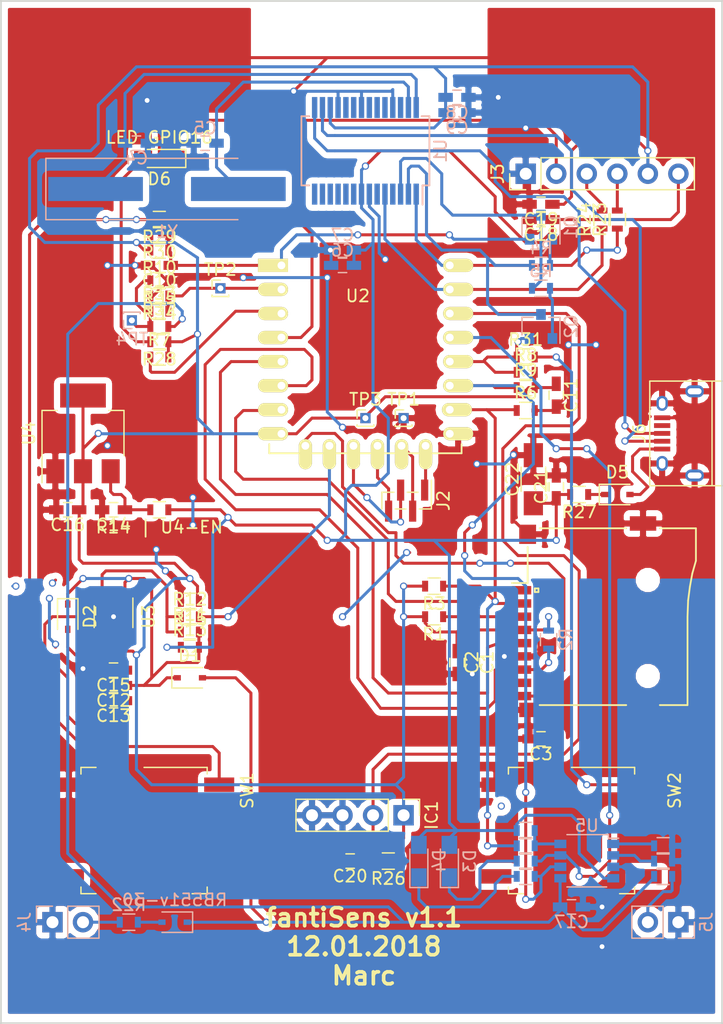
<source format=kicad_pcb>
(kicad_pcb (version 4) (host pcbnew 4.0.6)
  (layers (0 F.Cu signal hide) (31 B.Cu signal hide) (34 B.Paste user) (35 F.Paste user hide) (36 B.SilkS user hide) (37 F.SilkS user) (38 B.Mask user hide) (39 F.Mask user hide) (44 Edge.Cuts user))
  (net 0 "")
  (net 1 +3V3)
  (net 2 GND)
  (net 3 "Net-(C3-Pad1)")
  (net 4 "Net-(C4-Pad1)")
  (net 5 "Net-(C5-Pad1)")
  (net 6 +5V)
  (net 7 RESET)
  (net 8 "Net-(C12-Pad1)")
  (net 9 "Net-(C13-Pad1)")
  (net 10 "Net-(C14-Pad1)")
  (net 11 +BATT)
  (net 12 "Net-(D3-Pad1)")
  (net 13 "Net-(D4-Pad1)")
  (net 14 "Net-(D5-Pad1)")
  (net 15 "Net-(D5-Pad2)")
  (net 16 GPIO16)
  (net 17 "Net-(D6-Pad2)")
  (net 18 DHT_DATA)
  (net 19 GPIO11)
  (net 20 GPIO12)
  (net 21 "Net-(J1-Pad8)")
  (net 22 GPIO14)
  (net 23 "Net-(J1-Pad1)")
  (net 24 GPIO15)
  (net 25 GPIO13)
  (net 26 GPIO6)
  (net 27 GPIO8)
  (net 28 GPIO9)
  (net 29 GPIO10)
  (net 30 "Net-(J3-Pad3)")
  (net 31 "Net-(J3-Pad4)")
  (net 32 "Net-(J4-Pad2)")
  (net 33 "Net-(J5-Pad2)")
  (net 34 USB_D-)
  (net 35 USB_D+)
  (net 36 OTG_ID)
  (net 37 "Net-(Q1-Pad1)")
  (net 38 RTS)
  (net 39 "Net-(Q2-Pad1)")
  (net 40 GPIO0)
  (net 41 DTR)
  (net 42 CH_PD)
  (net 43 GPIO2)
  (net 44 "Net-(R11-Pad1)")
  (net 45 GPIO7)
  (net 46 "Net-(R16-Pad1)")
  (net 47 "Net-(R17-Pad1)")
  (net 48 "Net-(R18-Pad2)")
  (net 49 CHRG)
  (net 50 +6V)
  (net 51 TXD)
  (net 52 RXD)
  (net 53 "Net-(R29-Pad2)")
  (net 54 "Net-(R31-Pad2)")
  (net 55 "Net-(R32-Pad1)")
  (net 56 ADC)
  (net 57 "Net-(U1-Pad4)")
  (net 58 RI)
  (net 59 DSR)
  (net 60 DCD)
  (net 61 CTS)
  (net 62 "Net-(U1-Pad12)")
  (net 63 "Net-(U1-Pad13)")
  (net 64 "Net-(U1-Pad14)")
  (net 65 "Net-(U1-Pad19)")
  (net 66 "Net-(U1-Pad20)")
  (net 67 "Net-(U1-Pad22)")
  (net 68 "Net-(U1-Pad23)")
  (net 69 "Net-(U1-Pad24)")
  (net 70 "Net-(U1-Pad26)")
  (module wifiSens:Conn_uSDcard (layer F.Cu) (at 83.82 76.2 90)
    (fp_text reference J1)
    (fp_text value Micro_SD_Card_Det)
    (pad 6 smd rect (at 7.75 -0.4 90) (size 1.2 2.2) (layers F.Cu F.Paste F.Mask) (net 2 GND))
    (pad 6 smd rect (at -7.75 -0.4 90) (size 1.2 2.2) (layers F.Cu F.Paste F.Mask) (net 2 GND))
    (pad 6 smd rect (at 6.85 -10 90) (size 1.6 1.4) (layers F.Cu F.Paste F.Mask) (net 2 GND))
    (pad 6 smd rect (at -7.75 -10 90) (size 1.2 1.4) (layers F.Cu F.Paste F.Mask) (net 2 GND))
    (pad 9 smd rect (at -6.6 -10.5 90) (size 0.7 1.6) (layers F.Cu F.Paste F.Mask) (net 19 GPIO11))
    (pad 7 smd rect (at -4.4 -10.5 90) (size 0.7 1.6) (layers F.Cu F.Paste F.Mask) (net 20 GPIO12))
    (pad 8 smd rect (at -5.5 -10.5 90) (size 0.7 1.6) (layers F.Cu F.Paste F.Mask) (net 21 "Net-(J1-Pad8)"))
    (pad 6 smd rect (at -3.3 -10.5 90) (size 0.7 1.6) (layers F.Cu F.Paste F.Mask) (net 2 GND))
    (pad 5 smd rect (at -2.2 -10.5 90) (size 0.7 1.6) (layers F.Cu F.Paste F.Mask) (net 22 GPIO14))
    (pad 4 smd rect (at -1.1 -10.5 90) (size 0.7 1.6) (layers F.Cu F.Paste F.Mask) (net 1 +3V3))
    (pad 1 smd rect (at 2.2 -10.5 90) (size 0.7 1.6) (layers F.Cu F.Paste F.Mask) (net 23 "Net-(J1-Pad1)"))
    (pad 2 smd rect (at 1.1 -10.5 90) (size 0.7 1.6) (layers F.Cu F.Paste F.Mask) (net 24 GPIO15))
    (pad "" np_thru_hole circle (at 3.05 0 90) (size 1 1) (drill 1) (layers *.Cu))
    (pad "" np_thru_hole circle (at -4.93 0 90) (size 1 1) (drill 1) (layers *.Cu))
    (pad 3 smd rect (at 0 -10.5 90) (size 0.7 1.6) (layers F.Cu F.Paste F.Mask) (net 25 GPIO13))
  )
  (module Crystals:Crystal_SMD_HC49-SD_HandSoldering (layer B.Cu) (at 43.815 40.64)
    (fp_text reference Y1 (at 0 3.55) (layer B.SilkS) (effects (justify mirror)))
    (fp_text value Crystal)
    (pad 1 smd rect (at -5.9375 0) (size 7.875 2) (layers B.Cu B.Paste B.Mask) (net 4 "Net-(C4-Pad1)"))
    (pad 2 smd rect (at 5.9375 0) (size 7.875 2) (layers B.Cu B.Paste B.Mask) (net 5 "Net-(C5-Pad1)"))
  )
  (module Capacitors_SMD:C_0603_HandSoldering (layer F.Cu) (at 69.215 80.01 270)
    (fp_text reference C1 (at 0 -1.25 270) (layer F.SilkS))
    (fp_text value 10nF)
    (pad 1 smd rect (at -0.95 0 270) (size 1.2 0.75) (layers F.Cu F.Paste F.Mask) (net 1 +3V3))
    (pad 2 smd rect (at 0.95 0 270) (size 1.2 0.75) (layers F.Cu F.Paste F.Mask) (net 2 GND))
  )
  (module Capacitors_SMD:C_0603_HandSoldering (layer F.Cu) (at 67.945 80.01 270)
    (fp_text reference C2 (at 0 -1.25 270) (layer F.SilkS))
    (fp_text value 0,1µF)
    (pad 1 smd rect (at -0.95 0 270) (size 1.2 0.75) (layers F.Cu F.Paste F.Mask) (net 1 +3V3))
    (pad 2 smd rect (at 0.95 0 270) (size 1.2 0.75) (layers F.Cu F.Paste F.Mask) (net 2 GND))
  )
  (module Capacitors_SMD:C_0603_HandSoldering (layer F.Cu) (at 74.93 86.36 180)
    (fp_text reference C3 (at 0 -1.25 180) (layer F.SilkS))
    (fp_text value 1µF)
    (pad 1 smd rect (at -0.95 0 180) (size 1.2 0.75) (layers F.Cu F.Paste F.Mask) (net 3 "Net-(C3-Pad1)"))
    (pad 2 smd rect (at 0.95 0 180) (size 1.2 0.75) (layers F.Cu F.Paste F.Mask) (net 2 GND))
  )
  (module Capacitors_SMD:C_0603_HandSoldering (layer B.Cu) (at 41.275 36.83)
    (fp_text reference C4 (at 0 1.25) (layer B.SilkS) (effects (justify mirror)))
    (fp_text value 16pF)
    (pad 1 smd rect (at -0.95 0) (size 1.2 0.75) (layers B.Cu B.Paste B.Mask) (net 4 "Net-(C4-Pad1)"))
    (pad 2 smd rect (at 0.95 0) (size 1.2 0.75) (layers B.Cu B.Paste B.Mask) (net 2 GND))
  )
  (module Capacitors_SMD:C_0603_HandSoldering (layer B.Cu) (at 46.99 36.83 180)
    (fp_text reference C5 (at 0 1.25 180) (layer B.SilkS) (effects (justify mirror)))
    (fp_text value 16pF)
    (pad 1 smd rect (at -0.95 0 180) (size 1.2 0.75) (layers B.Cu B.Paste B.Mask) (net 5 "Net-(C5-Pad1)"))
    (pad 2 smd rect (at 0.95 0 180) (size 1.2 0.75) (layers B.Cu B.Paste B.Mask) (net 2 GND))
  )
  (module Capacitors_SMD:C_0603_HandSoldering (layer B.Cu) (at 58.42 46.99 180)
    (fp_text reference C6 (at 0 1.25 180) (layer B.SilkS) (effects (justify mirror)))
    (fp_text value 10µF)
    (pad 1 smd rect (at -0.95 0 180) (size 1.2 0.75) (layers B.Cu B.Paste B.Mask) (net 6 +5V))
    (pad 2 smd rect (at 0.95 0 180) (size 1.2 0.75) (layers B.Cu B.Paste B.Mask) (net 2 GND))
  )
  (module Capacitors_SMD:C_0603_HandSoldering (layer B.Cu) (at 58.42 45.72 180)
    (fp_text reference C7 (at 0 1.25 180) (layer B.SilkS) (effects (justify mirror)))
    (fp_text value 100nF)
    (pad 1 smd rect (at -0.95 0 180) (size 1.2 0.75) (layers B.Cu B.Paste B.Mask) (net 6 +5V))
    (pad 2 smd rect (at 0.95 0 180) (size 1.2 0.75) (layers B.Cu B.Paste B.Mask) (net 2 GND))
  )
  (module Capacitors_SMD:C_0603_HandSoldering (layer B.Cu) (at 67.945 33.02)
    (fp_text reference C8 (at 0 1.25) (layer B.SilkS) (effects (justify mirror)))
    (fp_text value 10µF)
    (pad 1 smd rect (at -0.95 0) (size 1.2 0.75) (layers B.Cu B.Paste B.Mask) (net 1 +3V3))
    (pad 2 smd rect (at 0.95 0) (size 1.2 0.75) (layers B.Cu B.Paste B.Mask) (net 2 GND))
  )
  (module Capacitors_SMD:C_0603_HandSoldering (layer B.Cu) (at 67.945 34.29)
    (fp_text reference C9 (at 0 1.25) (layer B.SilkS) (effects (justify mirror)))
    (fp_text value 100nF)
    (pad 1 smd rect (at -0.95 0) (size 1.2 0.75) (layers B.Cu B.Paste B.Mask) (net 1 +3V3))
    (pad 2 smd rect (at 0.95 0) (size 1.2 0.75) (layers B.Cu B.Paste B.Mask) (net 2 GND))
  )
  (module Capacitors_SMD:C_0603_HandSoldering (layer F.Cu) (at 43.18 46.99 180)
    (fp_text reference C10 (at 0 -1.25 180) (layer F.SilkS))
    (fp_text value C)
    (pad 1 smd rect (at -0.95 0 180) (size 1.2 0.75) (layers F.Cu F.Paste F.Mask) (net 7 RESET))
    (pad 2 smd rect (at 0.95 0 180) (size 1.2 0.75) (layers F.Cu F.Paste F.Mask) (net 2 GND))
  )
  (module Capacitors_SMD:C_0603_HandSoldering (layer F.Cu) (at 76.2 57.785 270)
    (fp_text reference C11 (at 0 -1.25 270) (layer F.SilkS))
    (fp_text value 100µF)
    (pad 1 smd rect (at -0.95 0 270) (size 1.2 0.75) (layers F.Cu F.Paste F.Mask) (net 1 +3V3))
    (pad 2 smd rect (at 0.95 0 270) (size 1.2 0.75) (layers F.Cu F.Paste F.Mask) (net 2 GND))
  )
  (module Capacitors_SMD:C_0603_HandSoldering (layer F.Cu) (at 39.37 81.915 180)
    (fp_text reference C12 (at 0 -1.25 180) (layer F.SilkS))
    (fp_text value 1µF)
    (pad 1 smd rect (at -0.95 0 180) (size 1.2 0.75) (layers F.Cu F.Paste F.Mask) (net 8 "Net-(C12-Pad1)"))
    (pad 2 smd rect (at 0.95 0 180) (size 1.2 0.75) (layers F.Cu F.Paste F.Mask) (net 2 GND))
  )
  (module Capacitors_SMD:C_0603_HandSoldering (layer F.Cu) (at 39.37 83.185 180)
    (fp_text reference C13 (at 0 -1.25 180) (layer F.SilkS))
    (fp_text value 0,01µF)
    (pad 1 smd rect (at -0.95 0 180) (size 1.2 0.75) (layers F.Cu F.Paste F.Mask) (net 9 "Net-(C13-Pad1)"))
    (pad 2 smd rect (at 0.95 0 180) (size 1.2 0.75) (layers F.Cu F.Paste F.Mask) (net 2 GND))
  )
  (module Capacitors_SMD:C_0603_HandSoldering (layer F.Cu) (at 39.37 67.31 180)
    (fp_text reference C14 (at 0 -1.25 180) (layer F.SilkS))
    (fp_text value 10µF)
    (pad 1 smd rect (at -0.95 0 180) (size 1.2 0.75) (layers F.Cu F.Paste F.Mask) (net 10 "Net-(C14-Pad1)"))
    (pad 2 smd rect (at 0.95 0 180) (size 1.2 0.75) (layers F.Cu F.Paste F.Mask) (net 2 GND))
  )
  (module Capacitors_SMD:C_0603_HandSoldering (layer F.Cu) (at 39.37 80.645 180)
    (fp_text reference C15 (at 0 -1.25 180) (layer F.SilkS))
    (fp_text value 2,2µF)
    (pad 1 smd rect (at -0.95 0 180) (size 1.2 0.75) (layers F.Cu F.Paste F.Mask) (net 1 +3V3))
    (pad 2 smd rect (at 0.95 0 180) (size 1.2 0.75) (layers F.Cu F.Paste F.Mask) (net 2 GND))
  )
  (module Capacitors_SMD:C_0603_HandSoldering (layer F.Cu) (at 35.56 67.31 180)
    (fp_text reference C16 (at 0 -1.25 180) (layer F.SilkS))
    (fp_text value 10µF)
    (pad 1 smd rect (at -0.95 0 180) (size 1.2 0.75) (layers F.Cu F.Paste F.Mask) (net 1 +3V3))
    (pad 2 smd rect (at 0.95 0 180) (size 1.2 0.75) (layers F.Cu F.Paste F.Mask) (net 2 GND))
  )
  (module Capacitors_SMD:C_0603_HandSoldering (layer B.Cu) (at 77.47 100.33)
    (fp_text reference C17 (at 0 1.25) (layer B.SilkS) (effects (justify mirror)))
    (fp_text value 10µF)
    (pad 1 smd rect (at -0.95 0) (size 1.2 0.75) (layers B.Cu B.Paste B.Mask) (net 11 +BATT))
    (pad 2 smd rect (at 0.95 0) (size 1.2 0.75) (layers B.Cu B.Paste B.Mask) (net 2 GND))
  )
  (module Capacitors_SMD:C_0603_HandSoldering (layer F.Cu) (at 74.93 43.18 180)
    (fp_text reference C18 (at 0 -1.25 180) (layer F.SilkS))
    (fp_text value 100nF)
    (pad 1 smd rect (at -0.95 0 180) (size 1.2 0.75) (layers F.Cu F.Paste F.Mask) (net 6 +5V))
    (pad 2 smd rect (at 0.95 0 180) (size 1.2 0.75) (layers F.Cu F.Paste F.Mask) (net 2 GND))
  )
  (module Capacitors_SMD:C_0603_HandSoldering (layer F.Cu) (at 74.93 41.91 180)
    (fp_text reference C19 (at 0 -1.25 180) (layer F.SilkS))
    (fp_text value 100nF)
    (pad 1 smd rect (at -0.95 0 180) (size 1.2 0.75) (layers F.Cu F.Paste F.Mask) (net 1 +3V3))
    (pad 2 smd rect (at 0.95 0 180) (size 1.2 0.75) (layers F.Cu F.Paste F.Mask) (net 2 GND))
  )
  (module Capacitors_SMD:C_0603_HandSoldering (layer F.Cu) (at 59.055 96.52 180)
    (fp_text reference C20 (at 0 -1.25 180) (layer F.SilkS))
    (fp_text value 100nF)
    (pad 1 smd rect (at -0.95 0 180) (size 1.2 0.75) (layers F.Cu F.Paste F.Mask) (net 1 +3V3))
    (pad 2 smd rect (at 0.95 0 180) (size 1.2 0.75) (layers F.Cu F.Paste F.Mask) (net 2 GND))
  )
  (module Capacitors_SMD:C_0603_HandSoldering (layer F.Cu) (at 76.2 65.405 90)
    (fp_text reference C21 (at 0 -1.25 90) (layer F.SilkS))
    (fp_text value 100nF)
    (pad 1 smd rect (at -0.95 0 90) (size 1.2 0.75) (layers F.Cu F.Paste F.Mask) (net 6 +5V))
    (pad 2 smd rect (at 0.95 0 90) (size 1.2 0.75) (layers F.Cu F.Paste F.Mask) (net 2 GND))
  )
  (module Capacitors_SMD:C_1206_HandSoldering (layer F.Cu) (at 74.295 64.77 90)
    (fp_text reference C22 (at 0 -1.75 90) (layer F.SilkS))
    (fp_text value 10µF)
    (pad 1 smd rect (at -2 0 90) (size 2 1.6) (layers F.Cu F.Paste F.Mask) (net 6 +5V))
    (pad 2 smd rect (at 2 0 90) (size 2 1.6) (layers F.Cu F.Paste F.Mask) (net 2 GND))
  )
  (module Diodes_SMD:D_SOD-323 (layer F.Cu) (at 45.72 81.28)
    (fp_text reference D1 (at 0 -1.85) (layer F.SilkS))
    (fp_text value RB551v-30)
    (pad 1 smd rect (at -1.05 0) (size 0.6 0.45) (layers F.Cu F.Paste F.Mask) (net 8 "Net-(C12-Pad1)"))
    (pad 2 smd rect (at 1.05 0) (size 0.6 0.45) (layers F.Cu F.Paste F.Mask) (net 11 +BATT))
  )
  (module Diodes_SMD:D_SOD-323 (layer F.Cu) (at 35.56 76.2 270)
    (fp_text reference D2 (at 0 -1.85 270) (layer F.SilkS))
    (fp_text value RB551v-30)
    (pad 1 smd rect (at -1.05 0 270) (size 0.6 0.45) (layers F.Cu F.Paste F.Mask) (net 8 "Net-(C12-Pad1)"))
    (pad 2 smd rect (at 1.05 0 270) (size 0.6 0.45) (layers F.Cu F.Paste F.Mask) (net 1 +3V3))
  )
  (module LEDs:LED_0805_HandSoldering (layer B.Cu) (at 67.31 96.52 90)
    (fp_text reference D3 (at 0 1.7 90) (layer B.SilkS) (effects (justify mirror)))
    (fp_text value LED)
    (pad 1 smd rect (at -1.35 0 90) (size 1.5 1.3) (layers B.Cu B.Paste B.Mask) (net 12 "Net-(D3-Pad1)"))
    (pad 2 smd rect (at 1.35 0 90) (size 1.5 1.3) (layers B.Cu B.Paste B.Mask) (net 6 +5V))
  )
  (module LEDs:LED_0805_HandSoldering (layer B.Cu) (at 64.77 96.52 90)
    (fp_text reference D4 (at 0 1.7 90) (layer B.SilkS) (effects (justify mirror)))
    (fp_text value LED)
    (pad 1 smd rect (at -1.35 0 90) (size 1.5 1.3) (layers B.Cu B.Paste B.Mask) (net 13 "Net-(D4-Pad1)"))
    (pad 2 smd rect (at 1.35 0 90) (size 1.5 1.3) (layers B.Cu B.Paste B.Mask) (net 6 +5V))
  )
  (module Diodes_SMD:D_SOD-323 (layer F.Cu) (at 81.28 66.04)
    (fp_text reference D5 (at 0 -1.85) (layer F.SilkS))
    (fp_text value RB551v-30)
    (pad 1 smd rect (at -1.05 0) (size 0.6 0.45) (layers F.Cu F.Paste F.Mask) (net 14 "Net-(D5-Pad1)"))
    (pad 2 smd rect (at 1.05 0) (size 0.6 0.45) (layers F.Cu F.Paste F.Mask) (net 15 "Net-(D5-Pad2)"))
  )
  (module LEDs:LED_0805_HandSoldering (layer F.Cu) (at 43.18 38.1 180)
    (fp_text reference D6 (at 0 -1.7 180) (layer F.SilkS))
    (fp_text value "LED GPIO16" (at 0 1.75 180) (layer F.SilkS))
    (pad 1 smd rect (at -1.35 0 180) (size 1.5 1.3) (layers F.Cu F.Paste F.Mask) (net 16 GPIO16))
    (pad 2 smd rect (at 1.35 0 180) (size 1.5 1.3) (layers F.Cu F.Paste F.Mask) (net 17 "Net-(D6-Pad2)"))
  )
  (module Pin_Headers:Pin_Header_Straight_1x04_Pitch2.54mm (layer F.Cu) (at 63.5 92.71 270)
    (fp_text reference IC1 (at 0 -2.33 270) (layer F.SilkS))
    (fp_text value DHT22)
    (pad 1 thru_hole rect (at 0 0 270) (size 1.7 1.7) (drill 1) (layers *.Cu *.Mask) (net 1 +3V3))
    (pad 2 thru_hole oval (at 0 2.54 270) (size 1.7 1.7) (drill 1) (layers *.Cu *.Mask) (net 18 DHT_DATA))
    (pad 3 thru_hole oval (at 0 5.08 270) (size 1.7 1.7) (drill 1) (layers *.Cu *.Mask) (net 2 GND))
    (pad 4 thru_hole oval (at 0 7.62 270) (size 1.7 1.7) (drill 1) (layers *.Cu *.Mask) (net 2 GND))
  )
  (module Pin_Headers:Pin_Header_Straight_1x06_Pitch2.54mm (layer F.Cu) (at 73.66 39.37 90)
    (fp_text reference J3 (at 0 -2.33 90) (layer F.SilkS))
    (fp_text value CONN_01X06)
    (pad 1 thru_hole rect (at 0 0 90) (size 1.7 1.7) (drill 1) (layers *.Cu *.Mask) (net 2 GND))
    (pad 2 thru_hole oval (at 0 2.54 90) (size 1.7 1.7) (drill 1) (layers *.Cu *.Mask) (net 7 RESET))
    (pad 3 thru_hole oval (at 0 5.08 90) (size 1.7 1.7) (drill 1) (layers *.Cu *.Mask) (net 30 "Net-(J3-Pad3)"))
    (pad 4 thru_hole oval (at 0 7.62 90) (size 1.7 1.7) (drill 1) (layers *.Cu *.Mask) (net 31 "Net-(J3-Pad4)"))
    (pad 5 thru_hole oval (at 0 10.16 90) (size 1.7 1.7) (drill 1) (layers *.Cu *.Mask) (net 1 +3V3))
    (pad 6 thru_hole oval (at 0 12.7 90) (size 1.7 1.7) (drill 1) (layers *.Cu *.Mask) (net 6 +5V))
  )
  (module Pin_Headers:Pin_Header_Straight_1x02_Pitch2.54mm (layer B.Cu) (at 34.29 101.6 270)
    (fp_text reference J4 (at 0 2.33 270) (layer B.SilkS) (effects (justify mirror)))
    (fp_text value CONN_01X02)
    (pad 1 thru_hole rect (at 0 0 270) (size 1.7 1.7) (drill 1) (layers *.Cu *.Mask) (net 2 GND))
    (pad 2 thru_hole oval (at 0 -2.54 270) (size 1.7 1.7) (drill 1) (layers *.Cu *.Mask) (net 32 "Net-(J4-Pad2)"))
  )
  (module Pin_Headers:Pin_Header_Straight_1x02_Pitch2.54mm (layer B.Cu) (at 86.36 101.6 90)
    (fp_text reference J5 (at 0 2.33 90) (layer B.SilkS) (effects (justify mirror)))
    (fp_text value CONN_01X02)
    (pad 1 thru_hole rect (at 0 0 90) (size 1.7 1.7) (drill 1) (layers *.Cu *.Mask) (net 2 GND))
    (pad 2 thru_hole oval (at 0 -2.54 90) (size 1.7 1.7) (drill 1) (layers *.Cu *.Mask) (net 33 "Net-(J5-Pad2)"))
  )
  (module Connectors:USB_Micro-B (layer F.Cu) (at 86.36 60.96 90)
    (fp_text reference J6 (at 0 -3.24 90) (layer F.SilkS))
    (fp_text value USB_OTG)
    (pad 1 smd rect (at -1.3 -1.35 180) (size 1.35 0.4) (layers F.Cu F.Paste F.Mask) (net 15 "Net-(D5-Pad2)"))
    (pad 2 smd rect (at -0.65 -1.35 180) (size 1.35 0.4) (layers F.Cu F.Paste F.Mask) (net 34 USB_D-))
    (pad 3 smd rect (at 0 -1.35 180) (size 1.35 0.4) (layers F.Cu F.Paste F.Mask) (net 35 USB_D+))
    (pad 4 smd rect (at 0.65 -1.35 180) (size 1.35 0.4) (layers F.Cu F.Paste F.Mask) (net 36 OTG_ID))
    (pad 5 smd rect (at 1.3 -1.35 180) (size 1.35 0.4) (layers F.Cu F.Paste F.Mask) (net 2 GND))
    (pad 6 thru_hole oval (at -2.5 -1.35 180) (size 0.95 1.25) (drill oval 0.55 0.85) (layers *.Cu *.Mask) (net 2 GND))
    (pad 6 thru_hole oval (at 2.5 -1.35 180) (size 0.95 1.25) (drill oval 0.55 0.85) (layers *.Cu *.Mask) (net 2 GND))
    (pad 6 thru_hole oval (at -3.5 1.35 180) (size 1.55 1) (drill oval 1.15 0.5) (layers *.Cu *.Mask) (net 2 GND))
    (pad 6 thru_hole oval (at 3.5 1.35 180) (size 1.55 1) (drill oval 1.15 0.5) (layers *.Cu *.Mask) (net 2 GND))
  )
  (module TO_SOT_Packages_SMD:SOT-23 (layer B.Cu) (at 74.93 43.815 90)
    (fp_text reference Q1 (at 0 2.5 90) (layer B.SilkS) (effects (justify mirror)))
    (fp_text value MMBT8050)
    (pad 1 smd rect (at -1 0.95 90) (size 0.9 0.8) (layers B.Cu B.Paste B.Mask) (net 37 "Net-(Q1-Pad1)"))
    (pad 2 smd rect (at -1 -0.95 90) (size 0.9 0.8) (layers B.Cu B.Paste B.Mask) (net 7 RESET))
    (pad 3 smd rect (at 1 0 90) (size 0.9 0.8) (layers B.Cu B.Paste B.Mask) (net 38 RTS))
  )
  (module TO_SOT_Packages_SMD:SOT-23 (layer B.Cu) (at 74.93 52.07 90)
    (fp_text reference Q2 (at 0 2.5 90) (layer B.SilkS) (effects (justify mirror)))
    (fp_text value MMBT8050)
    (pad 1 smd rect (at -1 0.95 90) (size 0.9 0.8) (layers B.Cu B.Paste B.Mask) (net 39 "Net-(Q2-Pad1)"))
    (pad 2 smd rect (at -1 -0.95 90) (size 0.9 0.8) (layers B.Cu B.Paste B.Mask) (net 40 GPIO0))
    (pad 3 smd rect (at 1 0 90) (size 0.9 0.8) (layers B.Cu B.Paste B.Mask) (net 41 DTR))
  )
  (module Resistors_SMD:R_0603 (layer F.Cu) (at 66.04 76.2 180)
    (fp_text reference R1 (at 0 -1.45 180) (layer F.SilkS))
    (fp_text value 10k)
    (pad 1 smd rect (at -0.75 0 180) (size 0.5 0.9) (layers F.Cu F.Paste F.Mask) (net 25 GPIO13))
    (pad 2 smd rect (at 0.75 0 180) (size 0.5 0.9) (layers F.Cu F.Paste F.Mask) (net 1 +3V3))
  )
  (module Resistors_SMD:R_0603 (layer B.Cu) (at 75.565 78.105 90)
    (fp_text reference R2 (at 0 1.45 90) (layer B.SilkS) (effects (justify mirror)))
    (fp_text value 10k)
    (pad 1 smd rect (at -0.75 0 90) (size 0.5 0.9) (layers B.Cu B.Paste B.Mask) (net 20 GPIO12))
    (pad 2 smd rect (at 0.75 0 90) (size 0.5 0.9) (layers B.Cu B.Paste B.Mask) (net 1 +3V3))
  )
  (module Resistors_SMD:R_0603 (layer F.Cu) (at 66.04 73.66 180)
    (fp_text reference R3 (at 0 -1.45 180) (layer F.SilkS))
    (fp_text value 10k)
    (pad 1 smd rect (at -0.75 0 180) (size 0.5 0.9) (layers F.Cu F.Paste F.Mask) (net 24 GPIO15))
    (pad 2 smd rect (at 0.75 0 180) (size 0.5 0.9) (layers F.Cu F.Paste F.Mask) (net 1 +3V3))
  )
  (module Resistors_SMD:R_0603 (layer B.Cu) (at 74.93 46.99 180)
    (fp_text reference R4 (at 0 1.45 180) (layer B.SilkS) (effects (justify mirror)))
    (fp_text value 12k)
    (pad 1 smd rect (at -0.75 0 180) (size 0.5 0.9) (layers B.Cu B.Paste B.Mask) (net 37 "Net-(Q1-Pad1)"))
    (pad 2 smd rect (at 0.75 0 180) (size 0.5 0.9) (layers B.Cu B.Paste B.Mask) (net 41 DTR))
  )
  (module Resistors_SMD:R_0603 (layer B.Cu) (at 74.93 48.895 180)
    (fp_text reference R5 (at 0 1.45 180) (layer B.SilkS) (effects (justify mirror)))
    (fp_text value 12)
    (pad 1 smd rect (at -0.75 0 180) (size 0.5 0.9) (layers B.Cu B.Paste B.Mask) (net 39 "Net-(Q2-Pad1)"))
    (pad 2 smd rect (at 0.75 0 180) (size 0.5 0.9) (layers B.Cu B.Paste B.Mask) (net 38 RTS))
  )
  (module Resistors_SMD:R_0603 (layer F.Cu) (at 73.66 59.055)
    (fp_text reference R6 (at 0 -1.45) (layer F.SilkS))
    (fp_text value 12k)
    (pad 1 smd rect (at -0.75 0) (size 0.5 0.9) (layers F.Cu F.Paste F.Mask) (net 24 GPIO15))
    (pad 2 smd rect (at 0.75 0) (size 0.5 0.9) (layers F.Cu F.Paste F.Mask) (net 2 GND))
  )
  (module Resistors_SMD:R_0603 (layer F.Cu) (at 43.18 54.61)
    (fp_text reference R7 (at 0 -1.45) (layer F.SilkS))
    (fp_text value 12k)
    (pad 1 smd rect (at -0.75 0) (size 0.5 0.9) (layers F.Cu F.Paste F.Mask) (net 42 CH_PD))
    (pad 2 smd rect (at 0.75 0) (size 0.5 0.9) (layers F.Cu F.Paste F.Mask) (net 1 +3V3))
  )
  (module Resistors_SMD:R_0603 (layer F.Cu) (at 73.66 55.88)
    (fp_text reference R8 (at 0 -1.45) (layer F.SilkS))
    (fp_text value 12k)
    (pad 1 smd rect (at -0.75 0) (size 0.5 0.9) (layers F.Cu F.Paste F.Mask) (net 40 GPIO0))
    (pad 2 smd rect (at 0.75 0) (size 0.5 0.9) (layers F.Cu F.Paste F.Mask) (net 1 +3V3))
  )
  (module Resistors_SMD:R_0603 (layer F.Cu) (at 73.66 57.15)
    (fp_text reference R9 (at 0 -1.45) (layer F.SilkS))
    (fp_text value 12k)
    (pad 1 smd rect (at -0.75 0) (size 0.5 0.9) (layers F.Cu F.Paste F.Mask) (net 43 GPIO2))
    (pad 2 smd rect (at 0.75 0) (size 0.5 0.9) (layers F.Cu F.Paste F.Mask) (net 1 +3V3))
  )
  (module Resistors_SMD:R_0603 (layer F.Cu) (at 43.18 45.72 180)
    (fp_text reference R10 (at 0 -1.45 180) (layer F.SilkS))
    (fp_text value 12k)
    (pad 1 smd rect (at -0.75 0 180) (size 0.5 0.9) (layers F.Cu F.Paste F.Mask) (net 7 RESET))
    (pad 2 smd rect (at 0.75 0 180) (size 0.5 0.9) (layers F.Cu F.Paste F.Mask) (net 1 +3V3))
  )
  (module Resistors_SMD:R_0603 (layer F.Cu) (at 45.72 77.47)
    (fp_text reference R11 (at 0 -1.45) (layer F.SilkS))
    (fp_text value 0r0)
    (pad 1 smd rect (at -0.75 0) (size 0.5 0.9) (layers F.Cu F.Paste F.Mask) (net 44 "Net-(R11-Pad1)"))
    (pad 2 smd rect (at 0.75 0) (size 0.5 0.9) (layers F.Cu F.Paste F.Mask) (net 8 "Net-(C12-Pad1)"))
  )
  (module Resistors_SMD:R_0603 (layer F.Cu) (at 45.72 76.2)
    (fp_text reference R12 (at 0 -1.45) (layer F.SilkS))
    (fp_text value 0r0)
    (pad 1 smd rect (at -0.75 0) (size 0.5 0.9) (layers F.Cu F.Paste F.Mask) (net 44 "Net-(R11-Pad1)"))
    (pad 2 smd rect (at 0.75 0) (size 0.5 0.9) (layers F.Cu F.Paste F.Mask) (net 45 GPIO7))
  )
  (module Resistors_SMD:R_0603 (layer F.Cu) (at 45.72 78.74)
    (fp_text reference R13 (at 0 -1.45) (layer F.SilkS))
    (fp_text value 0r0)
    (pad 1 smd rect (at -0.75 0) (size 0.5 0.9) (layers F.Cu F.Paste F.Mask) (net 6 +5V))
    (pad 2 smd rect (at 0.75 0) (size 0.5 0.9) (layers F.Cu F.Paste F.Mask) (net 8 "Net-(C12-Pad1)"))
  )
  (module Resistors_SMD:R_0603 (layer F.Cu) (at 43.18 67.31 180)
    (fp_text reference "R14 | U4-EN" (at 0 -1.45 180) (layer F.SilkS))
    (fp_text value 0R0)
    (pad 1 smd rect (at -0.75 0 180) (size 0.5 0.9) (layers F.Cu F.Paste F.Mask) (net 6 +5V))
    (pad 2 smd rect (at 0.75 0 180) (size 0.5 0.9) (layers F.Cu F.Paste F.Mask) (net 10 "Net-(C14-Pad1)"))
  )
  (module Resistors_SMD:R_0603 (layer F.Cu) (at 45.72 74.93 180)
    (fp_text reference R15 (at 0 -1.45 180) (layer F.SilkS))
    (fp_text value 3k3)
    (pad 1 smd rect (at -0.75 0 180) (size 0.5 0.9) (layers F.Cu F.Paste F.Mask) (net 1 +3V3))
    (pad 2 smd rect (at 0.75 0 180) (size 0.5 0.9) (layers F.Cu F.Paste F.Mask) (net 2 GND))
  )
  (module Resistors_SMD:R_0603 (layer B.Cu) (at 85.09 95.25)
    (fp_text reference R16 hide)
    (fp_text value 0r0)
    (pad 1 smd rect (at -0.75 0) (size 0.5 0.9) (layers B.Cu B.Paste B.Mask) (net 46 "Net-(R16-Pad1)"))
    (pad 2 smd rect (at 0.75 0) (size 0.5 0.9) (layers B.Cu B.Paste B.Mask) (net 2 GND))
  )
  (module Resistors_SMD:R_0603 (layer B.Cu) (at 85.09 96.52)
    (fp_text reference R17 hide)
    (fp_text value 1k5)
    (pad 1 smd rect (at -0.75 0) (size 0.5 0.9) (layers B.Cu B.Paste B.Mask) (net 47 "Net-(R17-Pad1)"))
    (pad 2 smd rect (at 0.75 0) (size 0.5 0.9) (layers B.Cu B.Paste B.Mask) (net 2 GND))
  )
  (module Resistors_SMD:R_0603 (layer B.Cu) (at 73.66 93.98)
    (fp_text reference R18 hide)
    (fp_text value 0r0)
    (pad 1 smd rect (at -0.75 0) (size 0.5 0.9) (layers B.Cu B.Paste B.Mask) (net 6 +5V))
    (pad 2 smd rect (at 0.75 0) (size 0.5 0.9) (layers B.Cu B.Paste B.Mask) (net 48 "Net-(R18-Pad2)"))
  )
  (module Resistors_SMD:R_0603 (layer B.Cu) (at 73.66 95.25)
    (fp_text reference R19 hide)
    (fp_text value 0r0)
    (pad 1 smd rect (at -0.75 0) (size 0.5 0.9) (layers B.Cu B.Paste B.Mask) (net 24 GPIO15))
    (pad 2 smd rect (at 0.75 0) (size 0.5 0.9) (layers B.Cu B.Paste B.Mask) (net 48 "Net-(R18-Pad2)"))
  )
  (module Resistors_SMD:R_0603 (layer B.Cu) (at 73.66 96.52)
    (fp_text reference R20 hide)
    (fp_text value 1k)
    (pad 1 smd rect (at -0.75 0) (size 0.5 0.9) (layers B.Cu B.Paste B.Mask) (net 12 "Net-(D3-Pad1)"))
    (pad 2 smd rect (at 0.75 0) (size 0.5 0.9) (layers B.Cu B.Paste B.Mask) (net 49 CHRG))
  )
  (module Resistors_SMD:R_0603 (layer B.Cu) (at 73.66 97.79)
    (fp_text reference R21 hide)
    (fp_text value 1k)
    (pad 1 smd rect (at -0.75 0) (size 0.5 0.9) (layers B.Cu B.Paste B.Mask) (net 13 "Net-(D4-Pad1)"))
    (pad 2 smd rect (at 0.75 0) (size 0.5 0.9) (layers B.Cu B.Paste B.Mask) (net 43 GPIO2))
  )
  (module Resistors_SMD:R_0603 (layer B.Cu) (at 40.64 101.6 180)
    (fp_text reference R22 (at 0 1.45 180) (layer B.SilkS) (effects (justify mirror)))
    (fp_text value 0R0)
    (pad 1 smd rect (at -0.75 0 180) (size 0.5 0.9) (layers B.Cu B.Paste B.Mask) (net 50 +6V))
    (pad 2 smd rect (at 0.75 0 180) (size 0.5 0.9) (layers B.Cu B.Paste B.Mask) (net 32 "Net-(J4-Pad2)"))
  )
  (module Resistors_SMD:R_0603 (layer F.Cu) (at 81.28 43.18 90)
    (fp_text reference R23 (at 0 -1.45 90) (layer F.SilkS))
    (fp_text value 0r0)
    (pad 1 smd rect (at -0.75 0 90) (size 0.5 0.9) (layers F.Cu F.Paste F.Mask) (net 51 TXD))
    (pad 2 smd rect (at 0.75 0 90) (size 0.5 0.9) (layers F.Cu F.Paste F.Mask) (net 31 "Net-(J3-Pad4)"))
  )
  (module Resistors_SMD:R_0603 (layer F.Cu) (at 80.01 43.18 90)
    (fp_text reference R24 (at 0 -1.45 90) (layer F.SilkS))
    (fp_text value 470)
    (pad 1 smd rect (at -0.75 0 90) (size 0.5 0.9) (layers F.Cu F.Paste F.Mask) (net 52 RXD))
    (pad 2 smd rect (at 0.75 0 90) (size 0.5 0.9) (layers F.Cu F.Paste F.Mask) (net 30 "Net-(J3-Pad3)"))
  )
  (module Resistors_SMD:R_0603 (layer B.Cu) (at 85.09 97.79)
    (fp_text reference R25 hide)
    (fp_text value 0R0)
    (pad 1 smd rect (at -0.75 0) (size 0.5 0.9) (layers B.Cu B.Paste B.Mask) (net 11 +BATT))
    (pad 2 smd rect (at 0.75 0) (size 0.5 0.9) (layers B.Cu B.Paste B.Mask) (net 33 "Net-(J5-Pad2)"))
  )
  (module Resistors_SMD:R_0603 (layer F.Cu) (at 62.23 96.52 180)
    (fp_text reference R26 (at 0 -1.45 180) (layer F.SilkS))
    (fp_text value 1k)
    (pad 1 smd rect (at -0.75 0 180) (size 0.5 0.9) (layers F.Cu F.Paste F.Mask) (net 1 +3V3))
    (pad 2 smd rect (at 0.75 0 180) (size 0.5 0.9) (layers F.Cu F.Paste F.Mask) (net 18 DHT_DATA))
  )
  (module Resistors_SMD:R_0603 (layer F.Cu) (at 78.105 66.04 180)
    (fp_text reference R27 (at 0 -1.45 180) (layer F.SilkS))
    (fp_text value 0R0)
    (pad 1 smd rect (at -0.75 0 180) (size 0.5 0.9) (layers F.Cu F.Paste F.Mask) (net 14 "Net-(D5-Pad1)"))
    (pad 2 smd rect (at 0.75 0 180) (size 0.5 0.9) (layers F.Cu F.Paste F.Mask) (net 6 +5V))
  )
  (module Resistors_SMD:R_0603 (layer F.Cu) (at 43.18 53.34 180)
    (fp_text reference R28 (at 0 -1.45 180) (layer F.SilkS))
    (fp_text value 470)
    (pad 1 smd rect (at -0.75 0 180) (size 0.5 0.9) (layers F.Cu F.Paste F.Mask) (net 1 +3V3))
    (pad 2 smd rect (at 0.75 0 180) (size 0.5 0.9) (layers F.Cu F.Paste F.Mask) (net 17 "Net-(D6-Pad2)"))
  )
  (module Resistors_SMD:R_0603 (layer F.Cu) (at 43.18 43.18 180)
    (fp_text reference R29 (at 0 -1.45 180) (layer F.SilkS))
    (fp_text value 0r0)
    (pad 1 smd rect (at -0.75 0 180) (size 0.5 0.9) (layers F.Cu F.Paste F.Mask) (net 16 GPIO16))
    (pad 2 smd rect (at 0.75 0 180) (size 0.5 0.9) (layers F.Cu F.Paste F.Mask) (net 53 "Net-(R29-Pad2)"))
  )
  (module Resistors_SMD:R_0603 (layer F.Cu) (at 43.18 44.45 180)
    (fp_text reference R30 (at 0 -1.45 180) (layer F.SilkS))
    (fp_text value 470)
    (pad 1 smd rect (at -0.75 0 180) (size 0.5 0.9) (layers F.Cu F.Paste F.Mask) (net 7 RESET))
    (pad 2 smd rect (at 0.75 0 180) (size 0.5 0.9) (layers F.Cu F.Paste F.Mask) (net 53 "Net-(R29-Pad2)"))
  )
  (module Resistors_SMD:R_0603 (layer F.Cu) (at 73.66 54.61)
    (fp_text reference R31 (at 0 -1.45) (layer F.SilkS))
    (fp_text value 470)
    (pad 1 smd rect (at -0.75 0) (size 0.5 0.9) (layers F.Cu F.Paste F.Mask) (net 40 GPIO0))
    (pad 2 smd rect (at 0.75 0) (size 0.5 0.9) (layers F.Cu F.Paste F.Mask) (net 54 "Net-(R31-Pad2)"))
  )
  (module Resistors_SMD:R_0603 (layer F.Cu) (at 43.18 52.07)
    (fp_text reference R32 (at 0 -1.45) (layer F.SilkS))
    (fp_text value 330k)
    (pad 1 smd rect (at -0.75 0) (size 0.5 0.9) (layers F.Cu F.Paste F.Mask) (net 55 "Net-(R32-Pad1)"))
    (pad 2 smd rect (at 0.75 0) (size 0.5 0.9) (layers F.Cu F.Paste F.Mask) (net 11 +BATT))
  )
  (module Resistors_SMD:R_0603 (layer F.Cu) (at 43.18 50.8)
    (fp_text reference R33 (at 0 -1.45) (layer F.SilkS))
    (fp_text value 220k)
    (pad 1 smd rect (at -0.75 0) (size 0.5 0.9) (layers F.Cu F.Paste F.Mask) (net 55 "Net-(R32-Pad1)"))
    (pad 2 smd rect (at 0.75 0) (size 0.5 0.9) (layers F.Cu F.Paste F.Mask) (net 56 ADC))
  )
  (module Resistors_SMD:R_0603 (layer F.Cu) (at 43.18 49.53 180)
    (fp_text reference R34 (at 0 -1.45 180) (layer F.SilkS))
    (fp_text value 100k)
    (pad 1 smd rect (at -0.75 0 180) (size 0.5 0.9) (layers F.Cu F.Paste F.Mask) (net 56 ADC))
    (pad 2 smd rect (at 0.75 0 180) (size 0.5 0.9) (layers F.Cu F.Paste F.Mask) (net 2 GND))
  )
  (module Resistors_SMD:R_0603 (layer F.Cu) (at 43.18 48.26 180)
    (fp_text reference R35 (at 0 -1.45 180) (layer F.SilkS))
    (fp_text value 100k)
    (pad 1 smd rect (at -0.75 0 180) (size 0.5 0.9) (layers F.Cu F.Paste F.Mask) (net 2 GND))
    (pad 2 smd rect (at 0.75 0 180) (size 0.5 0.9) (layers F.Cu F.Paste F.Mask) (net 55 "Net-(R32-Pad1)"))
  )
  (module Diodes_SMD:D_SOD-323 (layer B.Cu) (at 44.45 101.6 180)
    (fp_text reference RB551v-30 (at 0 1.85 180) (layer B.SilkS) (effects (justify mirror)))
    (fp_text value D_Schottky)
    (pad 1 smd rect (at -1.05 0 180) (size 0.6 0.45) (layers B.Cu B.Paste B.Mask) (net 11 +BATT))
    (pad 2 smd rect (at 1.05 0 180) (size 0.6 0.45) (layers B.Cu B.Paste B.Mask) (net 50 +6V))
  )
  (module Buttons_Switches_SMD:SW_MEC_5GSH9 (layer F.Cu) (at 41.91 93.98 270)
    (fp_text reference SW1 (at -3.325 -8.575 450) (layer F.SilkS))
    (fp_text value SW_Push)
    (pad 3 smd rect (at 3.81 -6.25) (size 2.5 1.2) (layers F.Cu F.Paste F.Mask))
    (pad 4 smd rect (at 3.81 6.25) (size 2.5 1.2) (layers F.Cu F.Paste F.Mask))
    (pad 1 smd rect (at -3.81 -6.25) (size 2.5 1.2) (layers F.Cu F.Paste F.Mask) (net 53 "Net-(R29-Pad2)"))
    (pad 2 smd rect (at -3.81 6.25) (size 2.5 1.2) (layers F.Cu F.Paste F.Mask) (net 2 GND))
  )
  (module Buttons_Switches_SMD:SW_MEC_5GSH9 (layer F.Cu) (at 77.47 93.98 270)
    (fp_text reference SW2 (at -3.325 -8.575 450) (layer F.SilkS))
    (fp_text value SW_Push)
    (pad 3 smd rect (at 3.81 -6.25) (size 2.5 1.2) (layers F.Cu F.Paste F.Mask))
    (pad 4 smd rect (at 3.81 6.25) (size 2.5 1.2) (layers F.Cu F.Paste F.Mask))
    (pad 1 smd rect (at -3.81 -6.25) (size 2.5 1.2) (layers F.Cu F.Paste F.Mask) (net 54 "Net-(R31-Pad2)"))
    (pad 2 smd rect (at -3.81 6.25) (size 2.5 1.2) (layers F.Cu F.Paste F.Mask) (net 2 GND))
  )
  (module Pin_Headers:Pin_Header_Straight_1x01_Pitch1.00mm (layer F.Cu) (at 63.5 59.69)
    (fp_text reference TP1 (at 0 -1.56) (layer F.SilkS))
    (fp_text value GND)
    (pad 1 thru_hole rect (at 0 0) (size 0.85 0.85) (drill 0.5) (layers *.Cu *.Mask) (net 2 GND))
  )
  (module Pin_Headers:Pin_Header_Straight_1x01_Pitch1.00mm (layer F.Cu) (at 48.26 48.895)
    (fp_text reference TP2 (at 0 -1.56) (layer F.SilkS))
    (fp_text value ADC)
    (pad 1 thru_hole rect (at 0 0) (size 0.85 0.85) (drill 0.5) (layers *.Cu *.Mask) (net 56 ADC))
  )
  (module Pin_Headers:Pin_Header_Straight_1x01_Pitch1.00mm (layer F.Cu) (at 60.325 59.69)
    (fp_text reference TP3 (at 0 -1.56) (layer F.SilkS))
    (fp_text value +3V3)
    (pad 1 thru_hole rect (at 0 0) (size 0.85 0.85) (drill 0.5) (layers *.Cu *.Mask) (net 1 +3V3))
  )
  (module Pin_Headers:Pin_Header_Straight_1x01_Pitch1.00mm (layer B.Cu) (at 40.894 51.562)
    (fp_text reference TP4 (at 0 1.56) (layer B.SilkS) (effects (justify mirror)))
    (fp_text value ADC)
    (pad 1 thru_hole rect (at 0 0) (size 0.85 0.85) (drill 0.5) (layers *.Cu *.Mask) (net 55 "Net-(R32-Pad1)"))
  )
  (module Housings_SSOP:SSOP-28_5.3x10.2mm_Pitch0.65mm (layer B.Cu) (at 60.325 37.465 90)
    (fp_text reference U1 (at 0 6.25 90) (layer B.SilkS) (effects (justify mirror)))
    (fp_text value pl2303)
    (pad 1 smd rect (at -3.6 4.225 90) (size 1.75 0.45) (layers B.Cu B.Paste B.Mask) (net 51 TXD))
    (pad 2 smd rect (at -3.6 3.575 90) (size 1.75 0.45) (layers B.Cu B.Paste B.Mask) (net 41 DTR))
    (pad 3 smd rect (at -3.6 2.925 90) (size 1.75 0.45) (layers B.Cu B.Paste B.Mask) (net 38 RTS))
    (pad 4 smd rect (at -3.6 2.275 90) (size 1.75 0.45) (layers B.Cu B.Paste B.Mask) (net 57 "Net-(U1-Pad4)"))
    (pad 5 smd rect (at -3.6 1.625 90) (size 1.75 0.45) (layers B.Cu B.Paste B.Mask) (net 52 RXD))
    (pad 6 smd rect (at -3.6 0.975 90) (size 1.75 0.45) (layers B.Cu B.Paste B.Mask) (net 58 RI))
    (pad 7 smd rect (at -3.6 0.325 90) (size 1.75 0.45) (layers B.Cu B.Paste B.Mask) (net 2 GND))
    (pad 8 smd rect (at -3.6 -0.325 90) (size 1.75 0.45) (layers B.Cu B.Paste B.Mask) (net 6 +5V))
    (pad 9 smd rect (at -3.6 -0.975 90) (size 1.75 0.45) (layers B.Cu B.Paste B.Mask) (net 59 DSR))
    (pad 10 smd rect (at -3.6 -1.625 90) (size 1.75 0.45) (layers B.Cu B.Paste B.Mask) (net 60 DCD))
    (pad 11 smd rect (at -3.6 -2.275 90) (size 1.75 0.45) (layers B.Cu B.Paste B.Mask) (net 61 CTS))
    (pad 12 smd rect (at -3.6 -2.925 90) (size 1.75 0.45) (layers B.Cu B.Paste B.Mask) (net 62 "Net-(U1-Pad12)"))
    (pad 13 smd rect (at -3.6 -3.575 90) (size 1.75 0.45) (layers B.Cu B.Paste B.Mask) (net 63 "Net-(U1-Pad13)"))
    (pad 14 smd rect (at -3.6 -4.225 90) (size 1.75 0.45) (layers B.Cu B.Paste B.Mask) (net 64 "Net-(U1-Pad14)"))
    (pad 15 smd rect (at 3.6 -4.225 90) (size 1.75 0.45) (layers B.Cu B.Paste B.Mask) (net 35 USB_D+))
    (pad 16 smd rect (at 3.6 -3.575 90) (size 1.75 0.45) (layers B.Cu B.Paste B.Mask) (net 34 USB_D-))
    (pad 17 smd rect (at 3.6 -2.925 90) (size 1.75 0.45) (layers B.Cu B.Paste B.Mask) (net 1 +3V3))
    (pad 18 smd rect (at 3.6 -2.275 90) (size 1.75 0.45) (layers B.Cu B.Paste B.Mask) (net 2 GND))
    (pad 19 smd rect (at 3.6 -1.625 90) (size 1.75 0.45) (layers B.Cu B.Paste B.Mask) (net 65 "Net-(U1-Pad19)"))
    (pad 20 smd rect (at 3.6 -0.975 90) (size 1.75 0.45) (layers B.Cu B.Paste B.Mask) (net 66 "Net-(U1-Pad20)"))
    (pad 21 smd rect (at 3.6 -0.325 90) (size 1.75 0.45) (layers B.Cu B.Paste B.Mask) (net 2 GND))
    (pad 22 smd rect (at 3.6 0.325 90) (size 1.75 0.45) (layers B.Cu B.Paste B.Mask) (net 67 "Net-(U1-Pad22)"))
    (pad 23 smd rect (at 3.6 0.975 90) (size 1.75 0.45) (layers B.Cu B.Paste B.Mask) (net 68 "Net-(U1-Pad23)"))
    (pad 24 smd rect (at 3.6 1.625 90) (size 1.75 0.45) (layers B.Cu B.Paste B.Mask) (net 69 "Net-(U1-Pad24)"))
    (pad 25 smd rect (at 3.6 2.275 90) (size 1.75 0.45) (layers B.Cu B.Paste B.Mask) (net 2 GND))
    (pad 26 smd rect (at 3.6 2.925 90) (size 1.75 0.45) (layers B.Cu B.Paste B.Mask) (net 70 "Net-(U1-Pad26)"))
    (pad 27 smd rect (at 3.6 3.575 90) (size 1.75 0.45) (layers B.Cu B.Paste B.Mask) (net 5 "Net-(C5-Pad1)"))
    (pad 28 smd rect (at 3.6 4.225 90) (size 1.75 0.45) (layers B.Cu B.Paste B.Mask) (net 4 "Net-(C4-Pad1)"))
  )
  (module ESP8266:ESP-12E (layer F.Cu) (at 53.34 46.99)
    (fp_text reference U2 (at 6.35 2.54) (layer F.SilkS))
    (fp_text value ESP-12E hide)
    (pad 1 thru_hole rect (at 0 0) (size 2.5 1.1) (drill 0.65 (offset -0.7 0)) (layers *.Cu *.Mask F.SilkS) (net 7 RESET))
    (pad 2 thru_hole oval (at 0 2) (size 2.5 1.1) (drill 0.65 (offset -0.7 0)) (layers *.Cu *.Mask F.SilkS) (net 56 ADC))
    (pad 3 thru_hole oval (at 0 4) (size 2.5 1.1) (drill 0.65 (offset -0.7 0)) (layers *.Cu *.Mask F.SilkS) (net 42 CH_PD))
    (pad 4 thru_hole oval (at 0 6) (size 2.5 1.1) (drill 0.65 (offset -0.7 0)) (layers *.Cu *.Mask F.SilkS) (net 16 GPIO16))
    (pad 5 thru_hole oval (at 0 8) (size 2.5 1.1) (drill 0.65 (offset -0.7 0)) (layers *.Cu *.Mask F.SilkS) (net 22 GPIO14))
    (pad 6 thru_hole oval (at 0 10) (size 2.5 1.1) (drill 0.65 (offset -0.7 0)) (layers *.Cu *.Mask F.SilkS) (net 20 GPIO12))
    (pad 7 thru_hole oval (at 0 12) (size 2.5 1.1) (drill 0.65 (offset -0.7 0)) (layers *.Cu *.Mask F.SilkS) (net 25 GPIO13))
    (pad 8 thru_hole oval (at 0 14) (size 2.5 1.1) (drill 0.65 (offset -0.7 0)) (layers *.Cu *.Mask F.SilkS) (net 1 +3V3))
    (pad 9 thru_hole oval (at 14 14) (size 2.5 1.1) (drill 0.65 (offset 0.7 0)) (layers *.Cu *.Mask F.SilkS) (net 2 GND))
    (pad 10 thru_hole oval (at 14 12) (size 2.5 1.1) (drill 0.65 (offset 0.6 0)) (layers *.Cu *.Mask F.SilkS) (net 24 GPIO15))
    (pad 11 thru_hole oval (at 14 10) (size 2.5 1.1) (drill 0.65 (offset 0.7 0)) (layers *.Cu *.Mask F.SilkS) (net 43 GPIO2))
    (pad 12 thru_hole oval (at 14 8) (size 2.5 1.1) (drill 0.65 (offset 0.7 0)) (layers *.Cu *.Mask F.SilkS) (net 40 GPIO0))
    (pad 13 thru_hole oval (at 14 6) (size 2.5 1.1) (drill 0.65 (offset 0.7 0)) (layers *.Cu *.Mask F.SilkS) (net 49 CHRG))
    (pad 14 thru_hole oval (at 14 4) (size 2.5 1.1) (drill 0.65 (offset 0.7 0)) (layers *.Cu *.Mask F.SilkS) (net 18 DHT_DATA))
    (pad 15 thru_hole oval (at 14 2) (size 2.5 1.1) (drill 0.65 (offset 0.7 0)) (layers *.Cu *.Mask F.SilkS) (net 52 RXD))
    (pad 16 thru_hole oval (at 14 0) (size 2.5 1.1) (drill 0.65 (offset 0.7 0)) (layers *.Cu *.Mask F.SilkS) (net 51 TXD))
    (pad 17 thru_hole oval (at 1.99 15 90) (size 2.5 1.1) (drill 0.65 (offset -0.7 0)) (layers *.Cu *.Mask F.SilkS) (net 19 GPIO11))
    (pad 18 thru_hole oval (at 3.99 15 90) (size 2.5 1.1) (drill 0.65 (offset -0.7 0)) (layers *.Cu *.Mask F.SilkS) (net 45 GPIO7))
    (pad 19 thru_hole oval (at 5.99 15 90) (size 2.5 1.1) (drill 0.65 (offset -0.7 0)) (layers *.Cu *.Mask F.SilkS) (net 28 GPIO9))
    (pad 20 thru_hole oval (at 7.99 15 90) (size 2.5 1.1) (drill 0.65 (offset -0.7 0)) (layers *.Cu *.Mask F.SilkS) (net 29 GPIO10))
    (pad 21 thru_hole oval (at 9.99 15 90) (size 2.5 1.1) (drill 0.65 (offset -0.7 0)) (layers *.Cu *.Mask F.SilkS) (net 27 GPIO8))
    (pad 22 thru_hole oval (at 11.99 15 90) (size 2.5 1.1) (drill 0.65 (offset -0.7 0)) (layers *.Cu *.Mask F.SilkS) (net 26 GPIO6))
  )
  (module TO_SOT_Packages_SMD:SOT-23-5_HandSoldering (layer F.Cu) (at 39.37 76.2 270)
    (fp_text reference U3 (at 0 -2.9 270) (layer F.SilkS))
    (fp_text value LP2985LV)
    (pad 1 smd rect (at -1.35 -0.95 270) (size 1.56 0.65) (layers F.Cu F.Paste F.Mask) (net 8 "Net-(C12-Pad1)"))
    (pad 2 smd rect (at -1.35 0 270) (size 1.56 0.65) (layers F.Cu F.Paste F.Mask) (net 2 GND))
    (pad 3 smd rect (at -1.35 0.95 270) (size 1.56 0.65) (layers F.Cu F.Paste F.Mask) (net 44 "Net-(R11-Pad1)"))
    (pad 4 smd rect (at 1.35 0.95 270) (size 1.56 0.65) (layers F.Cu F.Paste F.Mask) (net 9 "Net-(C13-Pad1)"))
    (pad 5 smd rect (at 1.35 -0.95 270) (size 1.56 0.65) (layers F.Cu F.Paste F.Mask) (net 1 +3V3))
  )
  (module TO_SOT_Packages_SMD:SOT-223 (layer F.Cu) (at 36.83 60.96 90)
    (fp_text reference U4 (at 0 -4.5 90) (layer F.SilkS))
    (fp_text value LM1117-3.3)
    (pad 4 smd rect (at 3.15 0 90) (size 2 3.8) (layers F.Cu F.Paste F.Mask) (net 1 +3V3))
    (pad 2 smd rect (at -3.15 0 90) (size 2 1.5) (layers F.Cu F.Paste F.Mask) (net 1 +3V3))
    (pad 3 smd rect (at -3.15 2.3 90) (size 2 1.5) (layers F.Cu F.Paste F.Mask) (net 10 "Net-(C14-Pad1)"))
    (pad 1 smd rect (at -3.15 -2.3 90) (size 2 1.5) (layers F.Cu F.Paste F.Mask) (net 2 GND))
  )
  (module TO_SOT_Packages_SMD:SuperSOT-8 (layer B.Cu) (at 78.74 96.52 180)
    (fp_text reference U5 (at 0 2.95 180) (layer B.SilkS) (effects (justify mirror)))
    (fp_text value TP4056)
    (pad 8 smd rect (at 2.2 1.427 180) (size 1 0.7) (layers B.Cu B.Paste B.Mask) (net 48 "Net-(R18-Pad2)"))
    (pad 7 smd rect (at 2.2 0.475 180) (size 1 0.7) (layers B.Cu B.Paste B.Mask) (net 49 CHRG))
    (pad 6 smd rect (at 2.2 -0.475 180) (size 1 0.7) (layers B.Cu B.Paste B.Mask) (net 43 GPIO2))
    (pad 5 smd rect (at 2.2 -1.427 180) (size 1 0.7) (layers B.Cu B.Paste B.Mask) (net 11 +BATT))
    (pad 4 smd rect (at -2.2 -1.427 180) (size 1 0.7) (layers B.Cu B.Paste B.Mask) (net 6 +5V))
    (pad 3 smd rect (at -2.2 -0.475 180) (size 1 0.7) (layers B.Cu B.Paste B.Mask) (net 2 GND))
    (pad 2 smd rect (at -2.2 0.475 180) (size 1 0.7) (layers B.Cu B.Paste B.Mask) (net 47 "Net-(R17-Pad1)"))
    (pad 1 smd rect (at -2.2 1.427 180) (size 1 0.7) (layers B.Cu B.Paste B.Mask) (net 46 "Net-(R16-Pad1)"))
  )
  (module Pin_Headers:Pin_Header_Straight_1x04_Pitch1.00mm_SMD_Pin1Left (layer F.Cu) (at 63.754 66.548 270)
    (fp_text reference J2 (at 0 -3.06 270) (layer F.SilkS))
    (fp_text value AUX)
    (pad 1 smd rect (at -0.875 -1.5 270) (size 1.75 0.6) (layers F.Cu F.Paste F.Mask) (net 26 GPIO6))
    (pad 3 smd rect (at -0.875 0.5 270) (size 1.75 0.6) (layers F.Cu F.Paste F.Mask) (net 28 GPIO9))
    (pad 2 smd rect (at 0.875 -0.5 270) (size 1.75 0.6) (layers F.Cu F.Paste F.Mask) (net 27 GPIO8))
    (pad 4 smd rect (at 0.875 1.5 270) (size 1.75 0.6) (layers F.Cu F.Paste F.Mask) (net 29 GPIO10))
  )
  (gr_text "fantiSens v1.1\n12.01.2018\nMarc" (at 60.198 103.632) (layer F.SilkS) (effects (font (size 1.5 1.5) (thickness 0.3))))
  (gr_line (start 90 25) (end 90 110) (angle 90) (layer Edge.Cuts) (width 0.15))
  (gr_line (start 30 25) (end 30 110) (angle 90) (layer Edge.Cuts) (width 0.15))
  (gr_line (start 30 110) (end 90 110) (angle 90) (layer Edge.Cuts) (width 0.15))
  (gr_line (start 30 25) (end 90 25) (angle 90) (layer Edge.Cuts) (width 0.15))
  (segment (start 34.544 78.74) (end 34.544 78.486) (width 0.25) (layer F.Cu) (net 0))
  (via (at 34.036 74.676) (size 0.6) (drill 0.4) (layers F.Cu B.Cu) (net 0))
  (segment (start 34.036 77.978) (end 34.036 74.676) (width 0.25) (layer B.Cu) (net 0))
  (segment (start 34.544 78.486) (end 34.036 77.978) (width 0.25) (layer B.Cu) (net 0))
  (via (at 34.544 78.486) (size 0.6) (drill 0.4) (layers F.Cu B.Cu) (net 0))
  (segment (start 34.544 73.152) (end 34.29 73.406) (width 0.25) (layer F.Cu) (net 0))
  (via (at 34.29 73.406) (size 0.6) (drill 0.4) (layers F.Cu B.Cu) (net 0))
  (segment (start 64.008 70.866) (end 63.754 70.866) (width 0.25) (layer F.Cu) (net 0))
  (via (at 58.42 76.2) (size 0.6) (drill 0.4) (layers F.Cu B.Cu) (net 0))
  (segment (start 63.754 70.866) (end 58.42 76.2) (width 0.25) (layer B.Cu) (net 0))
  (via (at 63.754 70.866) (size 0.6) (drill 0.4) (layers F.Cu B.Cu) (net 0))
  (segment (start 30.988 73.66) (end 31.242 73.66) (width 0.25) (layer B.Cu) (net 0))
  (via (at 31.242 73.66) (size 0.6) (drill 0.4) (layers F.Cu B.Cu) (net 0))
  (via (at 71.628 91.948) (size 0.6) (drill 0.4) (layers F.Cu B.Cu) (net 0))
  (segment (start 74.41 57.15) (end 73.914 57.15) (width 0.25) (layer F.Cu) (net 1))
  (segment (start 61.976 57.912) (end 60.325 59.563) (width 0.25) (layer F.Cu) (net 1))
  (segment (start 73.66 57.912) (end 61.976 57.912) (width 0.25) (layer F.Cu) (net 1))
  (segment (start 73.66 57.404) (end 73.66 57.912) (width 0.25) (layer F.Cu) (net 1))
  (segment (start 73.914 57.15) (end 73.66 57.404) (width 0.25) (layer F.Cu) (net 1))
  (segment (start 60.325 59.563) (end 60.325 59.69) (width 0.25) (layer F.Cu) (net 1))
  (via (at 83.82 37.465) (size 0.6) (drill 0.4) (layers F.Cu B.Cu) (net 1))
  (segment (start 83.82 39.37) (end 83.82 37.465) (width 0.25) (layer B.Cu) (net 1))
  (segment (start 83.82 37.465) (end 83.82 31.75) (width 0.25) (layer B.Cu) (net 1))
  (segment (start 82.55 30.48) (end 66.04 30.48) (width 0.25) (layer B.Cu) (net 1))
  (segment (start 83.82 31.75) (end 82.55 30.48) (width 0.25) (layer B.Cu) (net 1))
  (segment (start 75.565 77.355) (end 75.565 76.2) (width 0.25) (layer B.Cu) (net 1))
  (segment (start 75.395 77.3) (end 73.32 77.3) (width 0.25) (layer F.Cu) (net 1))
  (segment (start 75.565 77.47) (end 75.395 77.3) (width 0.25) (layer F.Cu) (net 1))
  (segment (start 75.565 76.2) (end 75.565 77.47) (width 0.25) (layer F.Cu) (net 1))
  (via (at 75.565 76.2) (size 0.6) (drill 0.4) (layers F.Cu B.Cu) (net 1))
  (segment (start 63.5 76.2) (end 63.5 89.535) (width 0.25) (layer B.Cu) (net 1))
  (segment (start 63.5 89.535) (end 62.865 90.17) (width 0.25) (layer B.Cu) (net 1))
  (segment (start 65.29 73.66) (end 63.5 73.66) (width 0.25) (layer F.Cu) (net 1))
  (segment (start 63.5 76.2) (end 65.29 76.2) (width 0.25) (layer F.Cu) (net 1))
  (via (at 63.5 76.2) (size 0.6) (drill 0.4) (layers F.Cu B.Cu) (net 1))
  (segment (start 63.5 73.66) (end 63.5 76.2) (width 0.25) (layer B.Cu) (net 1))
  (via (at 63.5 73.66) (size 0.6) (drill 0.4) (layers F.Cu B.Cu) (net 1))
  (segment (start 65.29 76.2) (end 65.29 76.72) (width 0.25) (layer F.Cu) (net 1))
  (segment (start 66.04 77.47) (end 67.945 77.47) (width 0.25) (layer F.Cu) (net 1))
  (segment (start 65.29 76.72) (end 66.04 77.47) (width 0.25) (layer F.Cu) (net 1))
  (segment (start 63.5 92.71) (end 63.5 90.805) (width 0.25) (layer B.Cu) (net 1))
  (segment (start 63.5 90.805) (end 62.865 90.17) (width 0.25) (layer B.Cu) (net 1))
  (segment (start 41.275 88.9) (end 41.275 79.375) (width 0.25) (layer B.Cu) (net 1))
  (segment (start 62.865 90.17) (end 42.545 90.17) (width 0.25) (layer B.Cu) (net 1))
  (segment (start 42.545 90.17) (end 41.275 88.9) (width 0.25) (layer B.Cu) (net 1))
  (segment (start 42.43 45.72) (end 41.91 45.72) (width 0.25) (layer F.Cu) (net 1))
  (via (at 41.275 45.085) (size 0.6) (drill 0.4) (layers F.Cu B.Cu) (net 1))
  (segment (start 41.91 45.72) (end 41.275 45.085) (width 0.25) (layer F.Cu) (net 1))
  (segment (start 46.355 52.705) (end 46.355 59.69) (width 0.25) (layer B.Cu) (net 1))
  (segment (start 46.355 59.69) (end 47.655 60.99) (width 0.25) (layer B.Cu) (net 1))
  (segment (start 36.51 67.31) (end 36.51 71.435) (width 0.25) (layer F.Cu) (net 1))
  (segment (start 44.45 71.755) (end 45.72 73.025) (width 0.25) (layer F.Cu) (net 1))
  (segment (start 36.83 71.755) (end 44.45 71.755) (width 0.25) (layer F.Cu) (net 1))
  (segment (start 36.51 71.435) (end 36.83 71.755) (width 0.25) (layer F.Cu) (net 1))
  (segment (start 40.32 79.06) (end 40.96 79.06) (width 0.25) (layer F.Cu) (net 1))
  (via (at 41.275 79.375) (size 0.6) (drill 0.4) (layers F.Cu B.Cu) (net 1))
  (segment (start 40.96 79.06) (end 41.275 79.375) (width 0.25) (layer F.Cu) (net 1))
  (segment (start 41.275 79.375) (end 41.91 78.74) (width 0.25) (layer B.Cu) (net 1))
  (via (at 45.72 73.025) (size 0.6) (drill 0.4) (layers F.Cu B.Cu) (net 1))
  (segment (start 44.45 73.025) (end 45.72 73.025) (width 0.25) (layer B.Cu) (net 1))
  (segment (start 41.91 75.565) (end 44.45 73.025) (width 0.25) (layer B.Cu) (net 1))
  (segment (start 41.91 78.74) (end 41.91 75.565) (width 0.25) (layer B.Cu) (net 1))
  (segment (start 46.355 73.66) (end 46.355 74.815) (width 0.25) (layer F.Cu) (net 1))
  (segment (start 45.72 73.025) (end 46.355 73.66) (width 0.25) (layer F.Cu) (net 1))
  (segment (start 46.355 74.815) (end 46.47 74.93) (width 0.25) (layer F.Cu) (net 1))
  (segment (start 66.995 33.02) (end 66.995 31.435) (width 0.25) (layer B.Cu) (net 1))
  (segment (start 66.995 31.435) (end 66.04 30.48) (width 0.25) (layer B.Cu) (net 1))
  (segment (start 46.355 46.355) (end 46.355 52.705) (width 0.25) (layer B.Cu) (net 1))
  (segment (start 44.45 45.085) (end 46.355 46.355) (width 0.25) (layer B.Cu) (net 1))
  (segment (start 33.655 45.085) (end 41.275 45.085) (width 0.25) (layer B.Cu) (net 1))
  (segment (start 66.04 30.48) (end 41.275 30.48) (width 0.25) (layer B.Cu) (net 1))
  (segment (start 41.275 30.48) (end 38.1 33.655) (width 0.25) (layer B.Cu) (net 1))
  (segment (start 38.1 33.655) (end 38.1 36.83) (width 0.25) (layer B.Cu) (net 1))
  (segment (start 38.1 36.83) (end 37.465 37.465) (width 0.25) (layer B.Cu) (net 1))
  (segment (start 37.465 37.465) (end 33.02 37.465) (width 0.25) (layer B.Cu) (net 1))
  (segment (start 33.02 37.465) (end 32.385 38.1) (width 0.25) (layer B.Cu) (net 1))
  (segment (start 32.385 38.1) (end 32.385 43.815) (width 0.25) (layer B.Cu) (net 1))
  (segment (start 32.385 43.815) (end 33.655 45.085) (width 0.25) (layer B.Cu) (net 1))
  (segment (start 41.275 45.085) (end 44.45 45.085) (width 0.25) (layer B.Cu) (net 1))
  (segment (start 66.995 34.29) (end 66.995 33.02) (width 0.25) (layer B.Cu) (net 1))
  (segment (start 57.4 33.865) (end 57.4 35.175) (width 0.25) (layer B.Cu) (net 1))
  (segment (start 66.04 35.56) (end 66.995 34.605) (width 0.25) (layer B.Cu) (net 1))
  (segment (start 57.785 35.56) (end 66.04 35.56) (width 0.25) (layer B.Cu) (net 1))
  (segment (start 57.4 35.175) (end 57.785 35.56) (width 0.25) (layer B.Cu) (net 1))
  (segment (start 66.995 34.605) (end 66.995 34.29) (width 0.25) (layer B.Cu) (net 1))
  (segment (start 43.93 53.34) (end 45.085 53.34) (width 0.25) (layer F.Cu) (net 1))
  (segment (start 45.085 53.34) (end 46.355 52.705) (width 0.25) (layer F.Cu) (net 1))
  (via (at 46.355 52.705) (size 0.6) (drill 0.4) (layers F.Cu B.Cu) (net 1))
  (segment (start 36.83 64.11) (end 36.83 62.23) (width 0.25) (layer F.Cu) (net 1))
  (segment (start 36.83 62.23) (end 38.1 60.96) (width 0.25) (layer F.Cu) (net 1))
  (via (at 38.1 60.96) (size 0.6) (drill 0.4) (layers F.Cu B.Cu) (net 1))
  (segment (start 38.1 60.96) (end 38.13 60.99) (width 0.25) (layer B.Cu) (net 1))
  (segment (start 38.13 60.99) (end 47.655 60.99) (width 0.25) (layer B.Cu) (net 1))
  (segment (start 47.655 60.99) (end 53.34 60.99) (width 0.25) (layer B.Cu) (net 1))
  (segment (start 75.88 41.91) (end 76.835 41.91) (width 0.25) (layer F.Cu) (net 1))
  (segment (start 83.82 37.465) (end 83.82 39.37) (width 0.25) (layer F.Cu) (net 1))
  (segment (start 83.185 36.83) (end 83.82 37.465) (width 0.25) (layer F.Cu) (net 1))
  (segment (start 78.105 36.83) (end 83.185 36.83) (width 0.25) (layer F.Cu) (net 1))
  (segment (start 77.47 37.465) (end 78.105 36.83) (width 0.25) (layer F.Cu) (net 1))
  (segment (start 77.47 41.275) (end 77.47 37.465) (width 0.25) (layer F.Cu) (net 1))
  (segment (start 76.835 41.91) (end 77.47 41.275) (width 0.25) (layer F.Cu) (net 1))
  (segment (start 53.34 60.99) (end 54.58 60.99) (width 0.25) (layer F.Cu) (net 1))
  (segment (start 54.58 60.99) (end 55.88 59.69) (width 0.25) (layer F.Cu) (net 1))
  (segment (start 55.88 59.69) (end 60.325 59.69) (width 0.25) (layer F.Cu) (net 1))
  (segment (start 40.32 78.74) (end 40.32 79.06) (width 0.25) (layer F.Cu) (net 1))
  (segment (start 35.56 78.74) (end 35.56 77.25) (width 0.25) (layer F.Cu) (net 1))
  (segment (start 36.195 79.375) (end 35.56 78.74) (width 0.25) (layer F.Cu) (net 1))
  (segment (start 40.005 79.375) (end 36.195 79.375) (width 0.25) (layer F.Cu) (net 1))
  (segment (start 40.32 79.06) (end 40.005 79.375) (width 0.25) (layer F.Cu) (net 1))
  (segment (start 40.32 77.55) (end 40.32 78.74) (width 0.25) (layer F.Cu) (net 1))
  (segment (start 40.32 78.74) (end 40.32 80.645) (width 0.25) (layer F.Cu) (net 1))
  (segment (start 36.83 64.11) (end 36.83 57.81) (width 0.25) (layer F.Cu) (net 1))
  (segment (start 36.83 64.11) (end 36.83 66.99) (width 0.25) (layer F.Cu) (net 1))
  (segment (start 36.83 66.99) (end 36.51 67.31) (width 0.25) (layer F.Cu) (net 1))
  (segment (start 43.93 53.34) (end 43.93 54.61) (width 0.25) (layer F.Cu) (net 1))
  (segment (start 63.5 92.71) (end 63.5 94.615) (width 0.25) (layer F.Cu) (net 1))
  (segment (start 62.98 95.135) (end 62.98 96.52) (width 0.25) (layer F.Cu) (net 1))
  (segment (start 63.5 94.615) (end 62.98 95.135) (width 0.25) (layer F.Cu) (net 1))
  (segment (start 60.005 96.52) (end 60.005 97.47) (width 0.25) (layer F.Cu) (net 1))
  (segment (start 62.98 97.04) (end 62.98 96.52) (width 0.25) (layer F.Cu) (net 1))
  (segment (start 62.23 97.79) (end 62.98 97.04) (width 0.25) (layer F.Cu) (net 1))
  (segment (start 60.325 97.79) (end 62.23 97.79) (width 0.25) (layer F.Cu) (net 1))
  (segment (start 60.005 97.47) (end 60.325 97.79) (width 0.25) (layer F.Cu) (net 1))
  (segment (start 74.41 55.88) (end 74.41 57.15) (width 0.25) (layer F.Cu) (net 1))
  (segment (start 74.41 57.15) (end 75.885 57.15) (width 0.25) (layer F.Cu) (net 1))
  (segment (start 75.885 57.15) (end 76.2 56.835) (width 0.25) (layer F.Cu) (net 1))
  (segment (start 69.385 77.3) (end 68.115 77.3) (width 0.25) (layer F.Cu) (net 1))
  (segment (start 67.945 77.47) (end 67.945 79.06) (width 0.25) (layer F.Cu) (net 1))
  (segment (start 68.115 77.3) (end 67.945 77.47) (width 0.25) (layer F.Cu) (net 1))
  (segment (start 73.32 77.3) (end 69.385 77.3) (width 0.25) (layer F.Cu) (net 1))
  (segment (start 69.215 77.47) (end 69.215 79.06) (width 0.25) (layer F.Cu) (net 1))
  (segment (start 69.385 77.3) (end 69.215 77.47) (width 0.25) (layer F.Cu) (net 1))
  (segment (start 57.15 48.006) (end 57.15 59.182) (width 0.25) (layer B.Cu) (net 2))
  (segment (start 62.484 60.706) (end 63.5 59.69) (width 0.25) (layer F.Cu) (net 2))
  (segment (start 58.674 60.706) (end 62.484 60.706) (width 0.25) (layer F.Cu) (net 2))
  (segment (start 58.42 60.452) (end 58.674 60.706) (width 0.25) (layer F.Cu) (net 2))
  (via (at 58.42 60.452) (size 0.6) (drill 0.4) (layers F.Cu B.Cu) (net 2))
  (segment (start 57.15 59.182) (end 58.42 60.452) (width 0.25) (layer B.Cu) (net 2))
  (segment (start 50.165 48.006) (end 49.53 48.006) (width 0.25) (layer F.Cu) (net 2))
  (segment (start 57.785 46.99) (end 57.785 47.625) (width 0.25) (layer F.Cu) (net 2))
  (segment (start 57.15 48.006) (end 50.165 48.006) (width 0.25) (layer B.Cu) (net 2))
  (via (at 57.15 48.006) (size 0.6) (drill 0.4) (layers F.Cu B.Cu) (net 2))
  (segment (start 57.785 47.625) (end 57.15 48.006) (width 0.25) (layer F.Cu) (net 2))
  (via (at 50.165 48.006) (size 0.6) (drill 0.4) (layers F.Cu B.Cu) (net 2))
  (segment (start 44.438 47.752) (end 43.93 48.26) (width 0.25) (layer F.Cu) (net 2))
  (segment (start 49.276 47.752) (end 44.438 47.752) (width 0.25) (layer F.Cu) (net 2))
  (segment (start 49.53 48.006) (end 49.276 47.752) (width 0.25) (layer F.Cu) (net 2))
  (segment (start 54.356 32.512) (end 54.356 42.606) (width 0.25) (layer B.Cu) (net 2))
  (segment (start 54.356 42.606) (end 57.47 45.72) (width 0.25) (layer B.Cu) (net 2))
  (segment (start 73.66 39.37) (end 73.66 35.56) (width 0.25) (layer F.Cu) (net 2))
  (segment (start 73.152 33.02) (end 71.374 33.02) (width 0.25) (layer B.Cu) (net 2))
  (segment (start 73.66 33.528) (end 73.152 33.02) (width 0.25) (layer B.Cu) (net 2))
  (segment (start 73.66 35.56) (end 73.66 33.528) (width 0.25) (layer B.Cu) (net 2))
  (via (at 73.66 35.56) (size 0.6) (drill 0.4) (layers F.Cu B.Cu) (net 2))
  (segment (start 74.422 61.214) (end 78.232 61.214) (width 0.25) (layer F.Cu) (net 2))
  (segment (start 74.295 61.341) (end 74.422 61.214) (width 0.25) (layer F.Cu) (net 2))
  (segment (start 74.295 62.77) (end 74.295 61.341) (width 0.25) (layer F.Cu) (net 2))
  (segment (start 76.962 57.973) (end 76.2 58.735) (width 0.25) (layer F.Cu) (net 2))
  (segment (start 76.962 53.848) (end 76.962 57.973) (width 0.25) (layer F.Cu) (net 2))
  (segment (start 77.216 53.594) (end 76.962 53.848) (width 0.25) (layer F.Cu) (net 2))
  (via (at 77.216 53.594) (size 0.6) (drill 0.4) (layers F.Cu B.Cu) (net 2))
  (segment (start 79.502 53.594) (end 77.216 53.594) (width 0.25) (layer B.Cu) (net 2))
  (via (at 79.502 53.594) (size 0.6) (drill 0.4) (layers F.Cu B.Cu) (net 2))
  (segment (start 79.502 59.944) (end 79.502 53.594) (width 0.25) (layer F.Cu) (net 2))
  (segment (start 78.232 61.214) (end 79.502 59.944) (width 0.25) (layer F.Cu) (net 2))
  (segment (start 44.97 74.93) (end 44.97 73.672) (width 0.25) (layer F.Cu) (net 2))
  (segment (start 42.926 70.612) (end 42.926 69.088) (width 0.25) (layer F.Cu) (net 2))
  (via (at 42.926 70.612) (size 0.6) (drill 0.4) (layers F.Cu B.Cu) (net 2))
  (segment (start 42.926 71.628) (end 42.926 70.612) (width 0.25) (layer B.Cu) (net 2))
  (segment (start 43.688 72.39) (end 42.926 71.628) (width 0.25) (layer B.Cu) (net 2))
  (via (at 43.688 72.39) (size 0.6) (drill 0.4) (layers F.Cu B.Cu) (net 2))
  (segment (start 44.97 73.672) (end 43.688 72.39) (width 0.25) (layer F.Cu) (net 2))
  (segment (start 42.23 46.99) (end 41.148 46.99) (width 0.25) (layer F.Cu) (net 2))
  (segment (start 34.544 51.308) (end 38.862 46.99) (width 0.25) (layer F.Cu) (net 2))
  (via (at 38.862 46.99) (size 0.6) (drill 0.4) (layers F.Cu B.Cu) (net 2))
  (segment (start 38.862 46.99) (end 41.148 46.99) (width 0.25) (layer B.Cu) (net 2))
  (via (at 41.148 46.99) (size 0.6) (drill 0.4) (layers F.Cu B.Cu) (net 2))
  (segment (start 34.544 51.308) (end 34.544 55.372) (width 0.25) (layer F.Cu) (net 2))
  (segment (start 34.53 64.11) (end 34.53 60.438) (width 0.25) (layer F.Cu) (net 2))
  (segment (start 34.53 60.438) (end 34.036 59.944) (width 0.25) (layer F.Cu) (net 2))
  (segment (start 34.036 59.944) (end 34.036 55.88) (width 0.25) (layer F.Cu) (net 2))
  (segment (start 34.036 55.88) (end 34.544 55.372) (width 0.25) (layer F.Cu) (net 2))
  (segment (start 39.878 56.134) (end 39.878 61.722) (width 0.25) (layer F.Cu) (net 2))
  (segment (start 34.544 55.372) (end 39.116 55.372) (width 0.25) (layer F.Cu) (net 2))
  (segment (start 39.116 55.372) (end 39.878 56.134) (width 0.25) (layer F.Cu) (net 2))
  (segment (start 67.34 60.99) (end 69.88 60.99) (width 0.25) (layer F.Cu) (net 2))
  (via (at 72.644 62.738) (size 0.6) (drill 0.4) (layers F.Cu B.Cu) (net 2))
  (via (at 69.596 63.5) (size 0.6) (drill 0.4) (layers F.Cu B.Cu) (net 2))
  (segment (start 71.882 63.5) (end 69.596 63.5) (width 0.25) (layer B.Cu) (net 2))
  (segment (start 71.882 63.5) (end 72.644 62.738) (width 0.25) (layer B.Cu) (net 2))
  (segment (start 69.596 61.274) (end 69.596 63.5) (width 0.25) (layer F.Cu) (net 2))
  (segment (start 69.88 60.99) (end 69.596 61.274) (width 0.25) (layer F.Cu) (net 2))
  (segment (start 78.42 100.33) (end 80.01 100.33) (width 0.25) (layer B.Cu) (net 2))
  (segment (start 86.36 103.886) (end 86.36 101.6) (width 0.25) (layer B.Cu) (net 2))
  (segment (start 85.852 104.394) (end 86.36 103.886) (width 0.25) (layer B.Cu) (net 2))
  (segment (start 80.772 104.394) (end 85.852 104.394) (width 0.25) (layer B.Cu) (net 2))
  (segment (start 80.01 103.632) (end 80.772 104.394) (width 0.25) (layer B.Cu) (net 2))
  (via (at 80.01 103.632) (size 0.6) (drill 0.4) (layers F.Cu B.Cu) (net 2))
  (segment (start 80.01 100.33) (end 80.01 103.632) (width 0.25) (layer F.Cu) (net 2))
  (via (at 80.01 100.33) (size 0.6) (drill 0.4) (layers F.Cu B.Cu) (net 2))
  (segment (start 72.644 62.738) (end 72.644 68.326) (width 0.25) (layer F.Cu) (net 2))
  (segment (start 72.644 68.326) (end 72.796 68.326) (width 0.25) (layer F.Cu) (net 2))
  (segment (start 72.796 68.326) (end 73.82 69.35) (width 0.25) (layer F.Cu) (net 2))
  (segment (start 38.42 67.31) (end 38.42 68.646) (width 0.25) (layer F.Cu) (net 2))
  (via (at 38.862 61.976) (size 0.6) (drill 0.4) (layers F.Cu B.Cu) (net 2))
  (segment (start 41.656 61.976) (end 38.862 61.976) (width 0.25) (layer F.Cu) (net 2))
  (segment (start 45.974 66.294) (end 41.656 61.976) (width 0.25) (layer F.Cu) (net 2))
  (via (at 45.974 66.294) (size 0.6) (drill 0.4) (layers F.Cu B.Cu) (net 2))
  (segment (start 45.974 68.58) (end 45.974 66.294) (width 0.25) (layer B.Cu) (net 2))
  (via (at 45.974 68.58) (size 0.6) (drill 0.4) (layers F.Cu B.Cu) (net 2))
  (segment (start 45.466 69.088) (end 45.974 68.58) (width 0.25) (layer F.Cu) (net 2))
  (segment (start 38.862 69.088) (end 42.926 69.088) (width 0.25) (layer F.Cu) (net 2))
  (segment (start 42.926 69.088) (end 45.466 69.088) (width 0.25) (layer F.Cu) (net 2))
  (segment (start 38.42 68.646) (end 38.862 69.088) (width 0.25) (layer F.Cu) (net 2))
  (segment (start 73.66 39.37) (end 72.39 39.37) (width 0.25) (layer B.Cu) (net 2))
  (segment (start 73.66 39.37) (end 73.66 38.1) (width 0.25) (layer B.Cu) (net 2))
  (segment (start 49.276 29.718) (end 45.72 29.718) (width 0.25) (layer F.Cu) (net 2))
  (segment (start 57.15 29.718) (end 49.276 29.718) (width 0.25) (layer F.Cu) (net 2))
  (segment (start 45.72 29.718) (end 42.164 33.274) (width 0.25) (layer F.Cu) (net 2))
  (segment (start 74.295 62.77) (end 72.676 62.77) (width 0.25) (layer F.Cu) (net 2))
  (segment (start 72.676 62.77) (end 72.644 62.738) (width 0.25) (layer F.Cu) (net 2))
  (segment (start 85.01 59.66) (end 86.584 59.66) (width 0.25) (layer F.Cu) (net 2))
  (segment (start 86.584 59.66) (end 86.614 59.69) (width 0.25) (layer F.Cu) (net 2))
  (segment (start 42.164 33.274) (end 53.594 33.274) (width 0.25) (layer F.Cu) (net 2))
  (segment (start 53.594 33.274) (end 54.356 32.512) (width 0.25) (layer F.Cu) (net 2))
  (segment (start 42.225 33.335) (end 42.164 33.274) (width 0.25) (layer B.Cu) (net 2))
  (segment (start 42.225 36.83) (end 42.225 33.335) (width 0.25) (layer B.Cu) (net 2))
  (via (at 42.164 33.274) (size 0.6) (drill 0.4) (layers F.Cu B.Cu) (net 2))
  (segment (start 42.225 36.83) (end 46.04 36.83) (width 0.25) (layer B.Cu) (net 2))
  (segment (start 57.47 46.99) (end 57.47 45.72) (width 0.25) (layer B.Cu) (net 2))
  (segment (start 80.94 96.995) (end 81.755 96.995) (width 0.25) (layer B.Cu) (net 2))
  (segment (start 81.755 96.995) (end 81.788 97.028) (width 0.25) (layer B.Cu) (net 2))
  (via (at 69.215 80.96) (size 0.6) (drill 0.4) (layers F.Cu B.Cu) (net 2))
  (segment (start 69.342 81.026) (end 69.281 81.026) (width 0.25) (layer B.Cu) (net 2))
  (segment (start 69.281 81.026) (end 69.215 80.96) (width 0.25) (layer B.Cu) (net 2))
  (segment (start 73.32 79.5) (end 71.884 79.5) (width 0.25) (layer F.Cu) (net 2))
  (via (at 71.882 79.502) (size 0.6) (drill 0.4) (layers F.Cu B.Cu) (net 2))
  (segment (start 71.884 79.5) (end 71.882 79.502) (width 0.25) (layer F.Cu) (net 2))
  (via (at 54.356 32.512) (size 0.6) (drill 0.4) (layers F.Cu B.Cu) (net 2))
  (segment (start 54.356 32.512) (end 57.912 32.512) (width 0.25) (layer B.Cu) (net 2))
  (via (at 71.374 33.02) (size 0.6) (drill 0.4) (layers F.Cu B.Cu) (net 2))
  (segment (start 57.15 29.718) (end 71.12 29.718) (width 0.25) (layer F.Cu) (net 2))
  (segment (start 71.12 29.718) (end 71.882 30.48) (width 0.25) (layer F.Cu) (net 2))
  (segment (start 71.882 30.48) (end 71.882 32.512) (width 0.25) (layer F.Cu) (net 2))
  (segment (start 71.882 32.512) (end 71.374 33.02) (width 0.25) (layer F.Cu) (net 2))
  (segment (start 68.895 33.02) (end 71.374 33.02) (width 0.25) (layer B.Cu) (net 2))
  (segment (start 54.356 32.512) (end 57.15 29.718) (width 0.25) (layer F.Cu) (net 2))
  (segment (start 58.05 33.865) (end 58.05 32.512) (width 0.25) (layer B.Cu) (net 2))
  (segment (start 58.05 32.512) (end 57.912 32.512) (width 0.25) (layer B.Cu) (net 2))
  (segment (start 60 33.865) (end 60 32.512) (width 0.25) (layer B.Cu) (net 2))
  (segment (start 60 32.512) (end 59.944 32.512) (width 0.25) (layer B.Cu) (net 2))
  (segment (start 62.6 33.865) (end 62.6 32.374) (width 0.25) (layer B.Cu) (net 2))
  (segment (start 62.462 32.512) (end 59.944 32.512) (width 0.25) (layer B.Cu) (net 2))
  (segment (start 59.944 32.512) (end 57.912 32.512) (width 0.25) (layer B.Cu) (net 2))
  (segment (start 62.6 32.374) (end 62.462 32.512) (width 0.25) (layer B.Cu) (net 2))
  (via (at 57.404 45.72) (size 0.6) (drill 0.4) (layers F.Cu B.Cu) (net 2))
  (segment (start 57.404 45.72) (end 57.47 45.72) (width 0.25) (layer B.Cu) (net 2))
  (segment (start 60.65 41.065) (end 60.65 42.108) (width 0.25) (layer B.Cu) (net 2))
  (via (at 61.976 46.482) (size 0.6) (drill 0.4) (layers F.Cu B.Cu) (net 2))
  (segment (start 61.468 45.974) (end 61.976 46.482) (width 0.25) (layer B.Cu) (net 2))
  (segment (start 61.468 42.926) (end 61.468 45.974) (width 0.25) (layer B.Cu) (net 2))
  (segment (start 60.65 42.108) (end 61.468 42.926) (width 0.25) (layer B.Cu) (net 2))
  (segment (start 68.895 33.02) (end 68.895 34.29) (width 0.25) (layer B.Cu) (net 2))
  (segment (start 39.37 74.85) (end 39.37 76.2) (width 0.25) (layer F.Cu) (net 2))
  (via (at 36.83 80.518) (size 0.6) (drill 0.4) (layers F.Cu B.Cu) (net 2))
  (segment (start 38.1 80.518) (end 36.83 80.518) (width 0.25) (layer B.Cu) (net 2))
  (segment (start 39.37 79.248) (end 38.1 80.518) (width 0.25) (layer B.Cu) (net 2))
  (segment (start 39.37 76.2) (end 39.37 79.248) (width 0.25) (layer B.Cu) (net 2))
  (via (at 39.37 76.2) (size 0.6) (drill 0.4) (layers F.Cu B.Cu) (net 2))
  (segment (start 42.43 49.53) (end 42.66 49.53) (width 0.25) (layer F.Cu) (net 2))
  (segment (start 42.66 49.53) (end 43.93 48.26) (width 0.25) (layer F.Cu) (net 2))
  (segment (start 42.23 46.99) (end 42.545 46.99) (width 0.25) (layer F.Cu) (net 2))
  (segment (start 42.545 46.99) (end 43.815 48.26) (width 0.25) (layer F.Cu) (net 2))
  (segment (start 43.815 48.26) (end 43.93 48.26) (width 0.25) (layer F.Cu) (net 2))
  (segment (start 73.98 43.18) (end 73.98 41.91) (width 0.25) (layer F.Cu) (net 2))
  (segment (start 73.98 41.91) (end 73.98 39.69) (width 0.25) (layer F.Cu) (net 2))
  (segment (start 73.98 39.69) (end 73.66 39.37) (width 0.25) (layer F.Cu) (net 2))
  (segment (start 67.34 60.99) (end 66.705 60.99) (width 0.25) (layer F.Cu) (net 2))
  (segment (start 65.405 59.69) (end 63.5 59.69) (width 0.25) (layer F.Cu) (net 2))
  (segment (start 66.705 60.99) (end 65.405 59.69) (width 0.25) (layer F.Cu) (net 2))
  (segment (start 74.41 59.055) (end 75.88 59.055) (width 0.25) (layer F.Cu) (net 2))
  (segment (start 75.88 59.055) (end 76.2 58.735) (width 0.25) (layer F.Cu) (net 2))
  (segment (start 40.325 36.83) (end 40.325 38.1925) (width 0.25) (layer B.Cu) (net 4))
  (segment (start 40.325 38.1925) (end 37.8775 40.64) (width 0.25) (layer B.Cu) (net 4))
  (segment (start 40.325 36.83) (end 40.325 32.7) (width 0.25) (layer B.Cu) (net 4))
  (segment (start 64.55 31.53) (end 64.55 33.865) (width 0.25) (layer B.Cu) (net 4))
  (segment (start 64.135 31.115) (end 64.55 31.53) (width 0.25) (layer B.Cu) (net 4))
  (segment (start 41.91 31.115) (end 64.135 31.115) (width 0.25) (layer B.Cu) (net 4))
  (segment (start 40.325 32.7) (end 41.91 31.115) (width 0.25) (layer B.Cu) (net 4))
  (segment (start 38.1 40.4175) (end 37.8775 40.64) (width 0.25) (layer B.Cu) (net 4))
  (segment (start 36.195 40.64) (end 37.8775 40.64) (width 0.25) (layer B.Cu) (net 4))
  (segment (start 47.94 36.83) (end 47.94 38.8275) (width 0.25) (layer B.Cu) (net 5))
  (segment (start 47.94 38.8275) (end 49.7525 40.64) (width 0.25) (layer B.Cu) (net 5))
  (segment (start 47.94 36.83) (end 47.94 33.975) (width 0.25) (layer B.Cu) (net 5))
  (segment (start 63.9 32.15) (end 63.9 33.865) (width 0.25) (layer B.Cu) (net 5))
  (segment (start 63.5 31.75) (end 63.9 32.15) (width 0.25) (layer B.Cu) (net 5))
  (segment (start 50.165 31.75) (end 63.5 31.75) (width 0.25) (layer B.Cu) (net 5))
  (segment (start 47.94 33.975) (end 50.165 31.75) (width 0.25) (layer B.Cu) (net 5))
  (segment (start 47.94 36.83) (end 48.26 36.83) (width 0.25) (layer B.Cu) (net 5))
  (segment (start 50.8 40.64) (end 49.7525 40.64) (width 0.25) (layer B.Cu) (net 5))
  (segment (start 62.23 64.262) (end 61.214 65.278) (width 0.25) (layer B.Cu) (net 6))
  (segment (start 58.674 69.342) (end 58.166 69.85) (width 0.25) (layer B.Cu) (net 6))
  (segment (start 58.674 65.786) (end 58.674 69.342) (width 0.25) (layer B.Cu) (net 6))
  (segment (start 59.182 65.278) (end 58.674 65.786) (width 0.25) (layer B.Cu) (net 6))
  (segment (start 61.214 65.278) (end 59.182 65.278) (width 0.25) (layer B.Cu) (net 6))
  (segment (start 60 41.065) (end 60 39.06) (width 0.25) (layer B.Cu) (net 6))
  (segment (start 75.88 44.135) (end 75.88 43.18) (width 0.25) (layer F.Cu) (net 6))
  (segment (start 74.93 45.085) (end 75.88 44.135) (width 0.25) (layer F.Cu) (net 6))
  (segment (start 73.66 45.085) (end 74.93 45.085) (width 0.25) (layer F.Cu) (net 6))
  (segment (start 71.12 42.545) (end 73.66 45.085) (width 0.25) (layer F.Cu) (net 6))
  (segment (start 71.12 41.275) (end 71.12 42.545) (width 0.25) (layer F.Cu) (net 6))
  (segment (start 67.31 37.465) (end 71.12 41.275) (width 0.25) (layer F.Cu) (net 6))
  (segment (start 61.595 37.465) (end 67.31 37.465) (width 0.25) (layer F.Cu) (net 6))
  (segment (start 60.325 38.735) (end 61.595 37.465) (width 0.25) (layer F.Cu) (net 6))
  (via (at 60.325 38.735) (size 0.6) (drill 0.4) (layers F.Cu B.Cu) (net 6))
  (segment (start 60 39.06) (end 60.325 38.735) (width 0.25) (layer B.Cu) (net 6))
  (segment (start 44.97 78.74) (end 43.815 78.74) (width 0.25) (layer F.Cu) (net 6))
  (via (at 48.895 67.945) (size 0.6) (drill 0.4) (layers F.Cu B.Cu) (net 6))
  (segment (start 47.625 69.215) (end 48.895 67.945) (width 0.25) (layer B.Cu) (net 6))
  (segment (start 47.625 78.74) (end 47.625 69.215) (width 0.25) (layer B.Cu) (net 6))
  (segment (start 43.815 78.74) (end 47.625 78.74) (width 0.25) (layer B.Cu) (net 6))
  (via (at 43.815 78.74) (size 0.6) (drill 0.4) (layers F.Cu B.Cu) (net 6))
  (segment (start 67.945 93.98) (end 67.31 93.345) (width 0.25) (layer B.Cu) (net 6))
  (segment (start 67.31 71.12) (end 66.04 69.85) (width 0.25) (layer B.Cu) (net 6))
  (segment (start 67.31 93.345) (end 67.31 71.12) (width 0.25) (layer B.Cu) (net 6))
  (segment (start 80.94 97.947) (end 80.167 97.947) (width 0.25) (layer B.Cu) (net 6))
  (segment (start 72.91 93.46) (end 72.91 93.98) (width 0.25) (layer B.Cu) (net 6))
  (segment (start 73.66 92.71) (end 72.91 93.46) (width 0.25) (layer B.Cu) (net 6))
  (segment (start 77.47 92.71) (end 73.66 92.71) (width 0.25) (layer B.Cu) (net 6))
  (segment (start 78.105 93.345) (end 77.47 92.71) (width 0.25) (layer B.Cu) (net 6))
  (segment (start 78.105 95.885) (end 78.105 93.345) (width 0.25) (layer B.Cu) (net 6))
  (segment (start 80.167 97.947) (end 78.105 95.885) (width 0.25) (layer B.Cu) (net 6))
  (segment (start 67.945 93.98) (end 65.405 93.98) (width 0.25) (layer B.Cu) (net 6))
  (segment (start 65.405 93.98) (end 64.77 94.615) (width 0.25) (layer B.Cu) (net 6))
  (segment (start 64.77 94.615) (end 64.77 95.17) (width 0.25) (layer B.Cu) (net 6))
  (segment (start 72.91 93.98) (end 67.945 93.98) (width 0.25) (layer B.Cu) (net 6))
  (segment (start 67.945 93.98) (end 67.31 94.615) (width 0.25) (layer B.Cu) (net 6))
  (segment (start 67.31 94.615) (end 67.31 95.17) (width 0.25) (layer B.Cu) (net 6))
  (segment (start 59.37 46.99) (end 59.37 45.72) (width 0.25) (layer B.Cu) (net 6))
  (segment (start 59.37 45.72) (end 60.325 45.72) (width 0.25) (layer B.Cu) (net 6))
  (segment (start 60.325 45.72) (end 60.96 45.085) (width 0.25) (layer B.Cu) (net 6))
  (segment (start 60 41.065) (end 60 42.22) (width 0.25) (layer B.Cu) (net 6))
  (segment (start 60.96 43.18) (end 60.96 45.085) (width 0.25) (layer B.Cu) (net 6))
  (segment (start 60 42.22) (end 60.96 43.18) (width 0.25) (layer B.Cu) (net 6))
  (segment (start 60.96 45.085) (end 60.96 58.42) (width 0.25) (layer B.Cu) (net 6))
  (segment (start 60.96 58.42) (end 62.23 59.69) (width 0.25) (layer B.Cu) (net 6))
  (segment (start 62.23 59.69) (end 62.23 64.262) (width 0.25) (layer B.Cu) (net 6))
  (segment (start 75.88 43.18) (end 85.725 43.18) (width 0.25) (layer F.Cu) (net 6))
  (segment (start 85.725 43.18) (end 86.36 42.545) (width 0.25) (layer F.Cu) (net 6))
  (segment (start 86.36 42.545) (end 86.36 39.37) (width 0.25) (layer F.Cu) (net 6))
  (segment (start 43.93 67.31) (end 48.26 67.31) (width 0.25) (layer F.Cu) (net 6))
  (segment (start 48.26 67.31) (end 48.895 67.945) (width 0.25) (layer F.Cu) (net 6))
  (segment (start 48.895 67.945) (end 49.53 68.58) (width 0.25) (layer F.Cu) (net 6))
  (segment (start 57.15 69.85) (end 58.166 69.85) (width 0.25) (layer B.Cu) (net 6))
  (via (at 57.15 69.85) (size 0.6) (drill 0.4) (layers F.Cu B.Cu) (net 6))
  (segment (start 55.88 68.58) (end 57.15 69.85) (width 0.25) (layer F.Cu) (net 6))
  (segment (start 49.53 68.58) (end 55.88 68.58) (width 0.25) (layer F.Cu) (net 6))
  (segment (start 58.166 69.85) (end 63.5 69.85) (width 0.25) (layer B.Cu) (net 6))
  (segment (start 76.2 69.85) (end 76.2 66.355) (width 0.25) (layer F.Cu) (net 6))
  (via (at 76.2 69.85) (size 0.6) (drill 0.4) (layers F.Cu B.Cu) (net 6))
  (segment (start 66.04 69.85) (end 76.2 69.85) (width 0.25) (layer B.Cu) (net 6))
  (segment (start 63.5 69.85) (end 66.04 69.85) (width 0.25) (layer B.Cu) (net 6))
  (segment (start 77.355 66.04) (end 76.515 66.04) (width 0.25) (layer F.Cu) (net 6))
  (segment (start 76.515 66.04) (end 76.2 66.355) (width 0.25) (layer F.Cu) (net 6))
  (segment (start 74.295 66.77) (end 75.785 66.77) (width 0.25) (layer F.Cu) (net 6))
  (segment (start 75.785 66.77) (end 76.2 66.355) (width 0.25) (layer F.Cu) (net 6))
  (segment (start 73.98 44.815) (end 67.675 44.815) (width 0.25) (layer B.Cu) (net 7))
  (segment (start 53.34 45.72) (end 53.34 46.99) (width 0.25) (layer B.Cu) (net 7))
  (segment (start 54.61 44.45) (end 53.34 45.72) (width 0.25) (layer B.Cu) (net 7))
  (segment (start 59.69 44.45) (end 54.61 44.45) (width 0.25) (layer B.Cu) (net 7))
  (via (at 59.69 44.45) (size 0.6) (drill 0.4) (layers F.Cu B.Cu) (net 7))
  (segment (start 67.31 44.45) (end 59.69 44.45) (width 0.25) (layer F.Cu) (net 7))
  (via (at 67.31 44.45) (size 0.6) (drill 0.4) (layers F.Cu B.Cu) (net 7))
  (segment (start 67.675 44.815) (end 67.31 44.45) (width 0.25) (layer B.Cu) (net 7))
  (segment (start 43.93 44.45) (end 43.18 44.45) (width 0.25) (layer F.Cu) (net 7))
  (segment (start 76.2 36.195) (end 76.2 39.37) (width 0.25) (layer F.Cu) (net 7))
  (segment (start 74.93 34.925) (end 76.2 36.195) (width 0.25) (layer F.Cu) (net 7))
  (segment (start 43.815 34.925) (end 74.93 34.925) (width 0.25) (layer F.Cu) (net 7))
  (segment (start 43.18 35.56) (end 43.815 34.925) (width 0.25) (layer F.Cu) (net 7))
  (segment (start 43.18 44.45) (end 43.18 35.56) (width 0.25) (layer F.Cu) (net 7))
  (segment (start 43.93 44.45) (end 43.93 45.72) (width 0.25) (layer F.Cu) (net 7))
  (segment (start 43.93 45.72) (end 44.13 45.92) (width 0.25) (layer F.Cu) (net 7))
  (segment (start 44.13 45.92) (end 44.13 46.99) (width 0.25) (layer F.Cu) (net 7))
  (segment (start 44.13 46.99) (end 53.34 46.99) (width 0.25) (layer F.Cu) (net 7))
  (segment (start 35.56 75.15) (end 35.56 74.295) (width 0.25) (layer F.Cu) (net 8))
  (via (at 40.64 73.025) (size 0.6) (drill 0.4) (layers F.Cu B.Cu) (net 8))
  (segment (start 36.83 73.025) (end 40.64 73.025) (width 0.25) (layer B.Cu) (net 8))
  (via (at 36.83 73.025) (size 0.6) (drill 0.4) (layers F.Cu B.Cu) (net 8))
  (segment (start 35.56 74.295) (end 36.83 73.025) (width 0.25) (layer F.Cu) (net 8))
  (segment (start 40.32 74.85) (end 40.32 73.345) (width 0.25) (layer F.Cu) (net 8))
  (segment (start 42.545 81.28) (end 41.91 81.915) (width 0.25) (layer F.Cu) (net 8))
  (segment (start 42.545 73.66) (end 42.545 81.28) (width 0.25) (layer F.Cu) (net 8))
  (segment (start 41.91 73.025) (end 42.545 73.66) (width 0.25) (layer F.Cu) (net 8))
  (segment (start 40.64 73.025) (end 41.91 73.025) (width 0.25) (layer F.Cu) (net 8))
  (segment (start 40.32 73.345) (end 40.64 73.025) (width 0.25) (layer F.Cu) (net 8))
  (segment (start 46.47 78.74) (end 46.47 77.47) (width 0.25) (layer F.Cu) (net 8))
  (segment (start 46.47 78.74) (end 46.47 79.895) (width 0.25) (layer F.Cu) (net 8))
  (segment (start 43.815 80.01) (end 41.91 81.915) (width 0.25) (layer F.Cu) (net 8))
  (segment (start 46.355 80.01) (end 43.815 80.01) (width 0.25) (layer F.Cu) (net 8))
  (segment (start 46.47 79.895) (end 46.355 80.01) (width 0.25) (layer F.Cu) (net 8))
  (segment (start 40.32 81.915) (end 41.91 81.915) (width 0.25) (layer F.Cu) (net 8))
  (segment (start 41.91 81.915) (end 43.18 81.915) (width 0.25) (layer F.Cu) (net 8))
  (segment (start 43.815 81.28) (end 44.67 81.28) (width 0.25) (layer F.Cu) (net 8))
  (segment (start 43.18 81.915) (end 43.815 81.28) (width 0.25) (layer F.Cu) (net 8))
  (segment (start 38.42 77.55) (end 38.42 76.52) (width 0.25) (layer F.Cu) (net 9))
  (segment (start 40.32 84.14) (end 40.32 83.185) (width 0.25) (layer F.Cu) (net 9))
  (segment (start 39.37 85.09) (end 40.32 84.14) (width 0.25) (layer F.Cu) (net 9))
  (segment (start 36.195 85.09) (end 39.37 85.09) (width 0.25) (layer F.Cu) (net 9))
  (segment (start 35.56 84.455) (end 36.195 85.09) (width 0.25) (layer F.Cu) (net 9))
  (segment (start 35.56 81.28) (end 35.56 84.455) (width 0.25) (layer F.Cu) (net 9))
  (segment (start 33.655 79.375) (end 35.56 81.28) (width 0.25) (layer F.Cu) (net 9))
  (segment (start 33.655 76.835) (end 33.655 79.375) (width 0.25) (layer F.Cu) (net 9))
  (segment (start 34.29 76.2) (end 33.655 76.835) (width 0.25) (layer F.Cu) (net 9))
  (segment (start 38.1 76.2) (end 34.29 76.2) (width 0.25) (layer F.Cu) (net 9))
  (segment (start 38.42 76.52) (end 38.1 76.2) (width 0.25) (layer F.Cu) (net 9))
  (segment (start 40.32 67.31) (end 42.43 67.31) (width 0.25) (layer F.Cu) (net 10))
  (segment (start 40.32 67.31) (end 40.32 66.355) (width 0.25) (layer F.Cu) (net 10))
  (segment (start 39.13 65.8) (end 39.13 64.11) (width 0.25) (layer F.Cu) (net 10))
  (segment (start 39.37 66.04) (end 39.13 65.8) (width 0.25) (layer F.Cu) (net 10))
  (segment (start 40.005 66.04) (end 39.37 66.04) (width 0.25) (layer F.Cu) (net 10))
  (segment (start 40.32 66.355) (end 40.005 66.04) (width 0.25) (layer F.Cu) (net 10))
  (segment (start 43.93 52.07) (end 44.45 52.07) (width 0.25) (layer F.Cu) (net 11))
  (segment (start 62.23 100.33) (end 63.5 101.6) (width 0.25) (layer B.Cu) (net 11))
  (segment (start 40.005 100.33) (end 62.23 100.33) (width 0.25) (layer B.Cu) (net 11))
  (segment (start 35.56 95.885) (end 40.005 100.33) (width 0.25) (layer B.Cu) (net 11))
  (segment (start 35.56 52.705) (end 35.56 95.885) (width 0.25) (layer B.Cu) (net 11))
  (segment (start 38.1 50.165) (end 35.56 52.705) (width 0.25) (layer B.Cu) (net 11))
  (segment (start 44.45 50.165) (end 38.1 50.165) (width 0.25) (layer B.Cu) (net 11))
  (segment (start 45.085 50.8) (end 44.45 50.165) (width 0.25) (layer B.Cu) (net 11))
  (segment (start 45.085 51.435) (end 45.085 50.8) (width 0.25) (layer B.Cu) (net 11))
  (via (at 45.085 51.435) (size 0.6) (drill 0.4) (layers F.Cu B.Cu) (net 11))
  (segment (start 44.45 52.07) (end 45.085 51.435) (width 0.25) (layer F.Cu) (net 11))
  (segment (start 46.77 81.28) (end 49.53 81.28) (width 0.25) (layer F.Cu) (net 11))
  (via (at 52.07 101.6) (size 0.6) (drill 0.4) (layers F.Cu B.Cu) (net 11))
  (segment (start 50.8 100.33) (end 52.07 101.6) (width 0.25) (layer F.Cu) (net 11))
  (segment (start 50.8 82.55) (end 50.8 100.33) (width 0.25) (layer F.Cu) (net 11))
  (segment (start 49.53 81.28) (end 50.8 82.55) (width 0.25) (layer F.Cu) (net 11))
  (segment (start 45.5 101.6) (end 52.07 101.6) (width 0.25) (layer B.Cu) (net 11))
  (segment (start 52.07 101.6) (end 63.5 101.6) (width 0.25) (layer B.Cu) (net 11))
  (segment (start 63.5 101.6) (end 75.565 101.6) (width 0.25) (layer B.Cu) (net 11))
  (segment (start 75.565 101.6) (end 76.52 100.645) (width 0.25) (layer B.Cu) (net 11))
  (segment (start 76.52 100.645) (end 76.52 100.33) (width 0.25) (layer B.Cu) (net 11))
  (segment (start 76.52 100.33) (end 76.52 97.967) (width 0.25) (layer B.Cu) (net 11))
  (segment (start 76.52 97.967) (end 76.54 97.947) (width 0.25) (layer B.Cu) (net 11))
  (segment (start 84.34 97.79) (end 84.34 97.905) (width 0.25) (layer B.Cu) (net 11))
  (segment (start 84.34 97.905) (end 80.01 102.235) (width 0.25) (layer B.Cu) (net 11))
  (segment (start 80.01 102.235) (end 78.425 102.235) (width 0.25) (layer B.Cu) (net 11))
  (segment (start 78.425 102.235) (end 76.52 100.33) (width 0.25) (layer B.Cu) (net 11))
  (segment (start 67.31 97.87) (end 67.31 99.06) (width 0.25) (layer B.Cu) (net 12))
  (segment (start 70.485 96.52) (end 72.91 96.52) (width 0.25) (layer B.Cu) (net 12))
  (segment (start 69.85 97.155) (end 70.485 96.52) (width 0.25) (layer B.Cu) (net 12))
  (segment (start 69.85 99.06) (end 69.85 97.155) (width 0.25) (layer B.Cu) (net 12))
  (segment (start 69.215 99.695) (end 69.85 99.06) (width 0.25) (layer B.Cu) (net 12))
  (segment (start 67.945 99.695) (end 69.215 99.695) (width 0.25) (layer B.Cu) (net 12))
  (segment (start 67.31 99.06) (end 67.945 99.695) (width 0.25) (layer B.Cu) (net 12))
  (segment (start 72.91 97.79) (end 71.755 97.79) (width 0.25) (layer B.Cu) (net 13))
  (segment (start 64.77 99.695) (end 65.405 100.33) (width 0.25) (layer B.Cu) (net 13))
  (segment (start 65.405 100.33) (end 69.85 100.33) (width 0.25) (layer B.Cu) (net 13))
  (segment (start 69.85 100.33) (end 71.12 99.06) (width 0.25) (layer B.Cu) (net 13))
  (segment (start 71.12 99.06) (end 71.12 98.425) (width 0.25) (layer B.Cu) (net 13))
  (segment (start 71.12 98.425) (end 71.755 97.79) (width 0.25) (layer B.Cu) (net 13))
  (segment (start 64.77 99.695) (end 64.77 97.87) (width 0.25) (layer B.Cu) (net 13))
  (segment (start 80.23 66.04) (end 78.855 66.04) (width 0.25) (layer F.Cu) (net 14))
  (segment (start 85.01 62.26) (end 83.155 62.26) (width 0.25) (layer F.Cu) (net 15))
  (segment (start 83.185 66.04) (end 82.33 66.04) (width 0.25) (layer F.Cu) (net 15))
  (segment (start 83.82 65.405) (end 83.185 66.04) (width 0.25) (layer F.Cu) (net 15))
  (segment (start 82.55 64.135) (end 83.82 65.405) (width 0.25) (layer F.Cu) (net 15))
  (segment (start 82.55 62.865) (end 82.55 64.135) (width 0.25) (layer F.Cu) (net 15))
  (segment (start 83.155 62.26) (end 82.55 62.865) (width 0.25) (layer F.Cu) (net 15))
  (segment (start 53.34 52.99) (end 54.96 52.99) (width 0.25) (layer F.Cu) (net 16))
  (segment (start 54.61 43.18) (end 55.88 44.45) (width 0.25) (layer F.Cu) (net 16))
  (segment (start 55.88 44.45) (end 55.88 52.07) (width 0.25) (layer F.Cu) (net 16))
  (segment (start 55.88 52.07) (end 55.245 52.705) (width 0.25) (layer F.Cu) (net 16))
  (segment (start 54.61 43.18) (end 43.93 43.18) (width 0.25) (layer F.Cu) (net 16))
  (segment (start 54.96 52.99) (end 55.245 52.705) (width 0.25) (layer F.Cu) (net 16))
  (segment (start 44.53 38.1) (end 44.53 42.58) (width 0.25) (layer F.Cu) (net 16))
  (segment (start 44.53 42.58) (end 43.93 43.18) (width 0.25) (layer F.Cu) (net 16))
  (segment (start 42.43 53.34) (end 41.275 53.34) (width 0.25) (layer F.Cu) (net 17))
  (segment (start 40.005 39.925) (end 41.83 38.1) (width 0.25) (layer F.Cu) (net 17))
  (segment (start 40.005 52.07) (end 40.005 39.925) (width 0.25) (layer F.Cu) (net 17))
  (segment (start 41.275 53.34) (end 40.005 52.07) (width 0.25) (layer F.Cu) (net 17))
  (segment (start 60.96 92.71) (end 60.96 88.9) (width 0.25) (layer F.Cu) (net 18))
  (segment (start 77.025 50.99) (end 67.34 50.99) (width 0.25) (layer F.Cu) (net 18))
  (segment (start 78.105 52.07) (end 77.025 50.99) (width 0.25) (layer F.Cu) (net 18))
  (segment (start 78.105 59.69) (end 78.105 52.07) (width 0.25) (layer F.Cu) (net 18))
  (segment (start 77.47 60.325) (end 78.105 59.69) (width 0.25) (layer F.Cu) (net 18))
  (segment (start 73.66 60.325) (end 77.47 60.325) (width 0.25) (layer F.Cu) (net 18))
  (segment (start 71.755 62.23) (end 73.66 60.325) (width 0.25) (layer F.Cu) (net 18))
  (segment (start 71.755 69.85) (end 71.755 62.23) (width 0.25) (layer F.Cu) (net 18))
  (segment (start 73.025 71.12) (end 71.755 69.85) (width 0.25) (layer F.Cu) (net 18))
  (segment (start 76.835 71.12) (end 73.025 71.12) (width 0.25) (layer F.Cu) (net 18))
  (segment (start 78.105 72.39) (end 76.835 71.12) (width 0.25) (layer F.Cu) (net 18))
  (segment (start 78.105 86.36) (end 78.105 72.39) (width 0.25) (layer F.Cu) (net 18))
  (segment (start 76.835 87.63) (end 78.105 86.36) (width 0.25) (layer F.Cu) (net 18))
  (segment (start 62.23 87.63) (end 76.835 87.63) (width 0.25) (layer F.Cu) (net 18))
  (segment (start 60.96 88.9) (end 62.23 87.63) (width 0.25) (layer F.Cu) (net 18))
  (segment (start 60.96 92.71) (end 60.96 94.615) (width 0.25) (layer F.Cu) (net 18))
  (segment (start 61.48 95.135) (end 61.48 96.52) (width 0.25) (layer F.Cu) (net 18))
  (segment (start 60.96 94.615) (end 61.48 95.135) (width 0.25) (layer F.Cu) (net 18))
  (segment (start 62.865 69.215) (end 62.231398 69.215) (width 0.25) (layer F.Cu) (net 19))
  (segment (start 74.68 82.8) (end 76.835 80.645) (width 0.25) (layer F.Cu) (net 19))
  (segment (start 76.835 80.645) (end 76.835 73.025) (width 0.25) (layer F.Cu) (net 19))
  (segment (start 76.835 73.025) (end 75.565 71.755) (width 0.25) (layer F.Cu) (net 19))
  (segment (start 75.565 71.755) (end 72.39 71.755) (width 0.25) (layer F.Cu) (net 19))
  (via (at 72.39 71.755) (size 0.6) (drill 0.4) (layers F.Cu B.Cu) (net 19))
  (segment (start 72.39 71.755) (end 69.85 71.755) (width 0.25) (layer B.Cu) (net 19))
  (via (at 69.85 71.755) (size 0.6) (drill 0.4) (layers F.Cu B.Cu) (net 19))
  (segment (start 69.85 71.755) (end 63.5 71.755) (width 0.25) (layer F.Cu) (net 19))
  (segment (start 63.5 71.755) (end 62.865 71.12) (width 0.25) (layer F.Cu) (net 19))
  (segment (start 62.865 71.12) (end 62.865 69.215) (width 0.25) (layer F.Cu) (net 19))
  (segment (start 73.32 82.8) (end 74.68 82.8) (width 0.25) (layer F.Cu) (net 19))
  (segment (start 55.88 60.96) (end 55.33 61.51) (width 0.25) (layer F.Cu) (net 19))
  (segment (start 57.785 60.96) (end 55.88 60.96) (width 0.25) (layer F.Cu) (net 19))
  (segment (start 58.42 61.595) (end 57.785 60.96) (width 0.25) (layer F.Cu) (net 19))
  (segment (start 58.42 65.403602) (end 58.42 61.595) (width 0.25) (layer F.Cu) (net 19))
  (segment (start 62.231398 69.215) (end 58.42 65.403602) (width 0.25) (layer F.Cu) (net 19))
  (segment (start 55.33 61.51) (end 55.33 61.99) (width 0.25) (layer F.Cu) (net 19))
  (segment (start 73.32 80.6) (end 74.975 80.6) (width 0.25) (layer F.Cu) (net 20))
  (segment (start 75.565 80.01) (end 75.565 78.855) (width 0.25) (layer B.Cu) (net 20))
  (via (at 75.565 80.01) (size 0.6) (drill 0.4) (layers F.Cu B.Cu) (net 20))
  (segment (start 74.975 80.6) (end 75.565 80.01) (width 0.25) (layer F.Cu) (net 20))
  (segment (start 73.32 80.6) (end 71.165 80.6) (width 0.25) (layer F.Cu) (net 20))
  (segment (start 55.405 56.99) (end 53.34 56.99) (width 0.25) (layer F.Cu) (net 20))
  (segment (start 55.88 56.515) (end 55.405 56.99) (width 0.25) (layer F.Cu) (net 20))
  (segment (start 55.88 54.61) (end 55.88 56.515) (width 0.25) (layer F.Cu) (net 20))
  (segment (start 55.245 53.975) (end 55.88 54.61) (width 0.25) (layer F.Cu) (net 20))
  (segment (start 48.26 53.975) (end 55.245 53.975) (width 0.25) (layer F.Cu) (net 20))
  (segment (start 46.99 55.245) (end 48.26 53.975) (width 0.25) (layer F.Cu) (net 20))
  (segment (start 46.99 64.77) (end 46.99 55.245) (width 0.25) (layer F.Cu) (net 20))
  (segment (start 49.53 67.31) (end 46.99 64.77) (width 0.25) (layer F.Cu) (net 20))
  (segment (start 56.515 67.31) (end 49.53 67.31) (width 0.25) (layer F.Cu) (net 20))
  (segment (start 59.69 70.485) (end 56.515 67.31) (width 0.25) (layer F.Cu) (net 20))
  (segment (start 59.69 81.28) (end 59.69 70.485) (width 0.25) (layer F.Cu) (net 20))
  (segment (start 61.595 83.82) (end 59.69 81.28) (width 0.25) (layer F.Cu) (net 20))
  (segment (start 70.485 83.82) (end 61.595 83.82) (width 0.25) (layer F.Cu) (net 20))
  (segment (start 71.12 83.185) (end 70.485 83.82) (width 0.25) (layer F.Cu) (net 20))
  (segment (start 71.12 80.645) (end 71.12 83.185) (width 0.25) (layer F.Cu) (net 20))
  (segment (start 71.165 80.6) (end 71.12 80.645) (width 0.25) (layer F.Cu) (net 20))
  (segment (start 49.15 54.99) (end 53.34 54.99) (width 0.25) (layer F.Cu) (net 22))
  (segment (start 48.26 55.88) (end 49.15 54.99) (width 0.25) (layer F.Cu) (net 22))
  (segment (start 48.26 64.77) (end 48.26 55.88) (width 0.25) (layer F.Cu) (net 22))
  (segment (start 49.53 66.04) (end 48.26 64.77) (width 0.25) (layer F.Cu) (net 22))
  (segment (start 57.15 66.04) (end 49.53 66.04) (width 0.25) (layer F.Cu) (net 22))
  (segment (start 60.96 69.85) (end 57.15 66.04) (width 0.25) (layer F.Cu) (net 22))
  (segment (start 60.96 81.28) (end 60.96 69.85) (width 0.25) (layer F.Cu) (net 22))
  (segment (start 62.23 82.55) (end 60.96 81.28) (width 0.25) (layer F.Cu) (net 22))
  (segment (start 70.485 82.55) (end 62.23 82.55) (width 0.25) (layer F.Cu) (net 22))
  (segment (start 70.485 78.74) (end 70.485 82.55) (width 0.25) (layer F.Cu) (net 22))
  (segment (start 71.46 78.4) (end 70.485 78.74) (width 0.25) (layer F.Cu) (net 22))
  (segment (start 73.32 78.4) (end 71.46 78.4) (width 0.25) (layer F.Cu) (net 22))
  (via (at 71.12 74.93) (size 0.6) (drill 0.4) (layers F.Cu B.Cu) (net 24))
  (segment (start 72.91 95.25) (end 70.485 95.25) (width 0.25) (layer B.Cu) (net 24))
  (via (at 70.485 95.25) (size 0.6) (drill 0.4) (layers F.Cu B.Cu) (net 24))
  (segment (start 70.485 92.71) (end 70.485 95.25) (width 0.25) (layer F.Cu) (net 24))
  (via (at 70.485 92.71) (size 0.6) (drill 0.4) (layers F.Cu B.Cu) (net 24))
  (segment (start 70.485 75.565) (end 70.485 92.71) (width 0.25) (layer B.Cu) (net 24))
  (segment (start 70.485 75.565) (end 71.12 74.93) (width 0.25) (layer B.Cu) (net 24))
  (segment (start 70.42 58.99) (end 72.845 58.99) (width 0.25) (layer F.Cu) (net 24))
  (segment (start 72.845 58.99) (end 72.91 59.055) (width 0.25) (layer F.Cu) (net 24))
  (segment (start 71.12 74.93) (end 71.12 59.69) (width 0.25) (layer F.Cu) (net 24))
  (segment (start 70.42 58.99) (end 67.34 58.99) (width 0.25) (layer F.Cu) (net 24))
  (segment (start 71.12 59.69) (end 70.42 58.99) (width 0.25) (layer F.Cu) (net 24))
  (segment (start 73.32 75.1) (end 71.29 75.1) (width 0.25) (layer F.Cu) (net 24))
  (segment (start 69.85 73.66) (end 66.675 73.66) (width 0.25) (layer F.Cu) (net 24))
  (segment (start 71.29 75.1) (end 71.12 74.93) (width 0.25) (layer F.Cu) (net 24))
  (segment (start 71.12 74.93) (end 69.85 73.66) (width 0.25) (layer F.Cu) (net 24))
  (segment (start 66.675 73.66) (end 66.79 73.66) (width 0.25) (layer F.Cu) (net 24))
  (segment (start 49.53 64.135) (end 49.53 59.69) (width 0.25) (layer F.Cu) (net 25))
  (segment (start 68.58 74.93) (end 62.865 74.93) (width 0.25) (layer F.Cu) (net 25))
  (segment (start 62.865 74.93) (end 62.23 74.295) (width 0.25) (layer F.Cu) (net 25))
  (segment (start 62.23 74.295) (end 62.23 69.85) (width 0.25) (layer F.Cu) (net 25))
  (segment (start 62.23 69.85) (end 57.15 64.77) (width 0.25) (layer F.Cu) (net 25))
  (segment (start 57.15 64.77) (end 50.165 64.77) (width 0.25) (layer F.Cu) (net 25))
  (segment (start 50.165 64.77) (end 49.53 64.135) (width 0.25) (layer F.Cu) (net 25))
  (segment (start 69.85 76.2) (end 68.58 74.93) (width 0.25) (layer F.Cu) (net 25))
  (segment (start 50.165 59.055) (end 53.275 59.055) (width 0.25) (layer F.Cu) (net 25))
  (segment (start 49.53 59.69) (end 50.165 59.055) (width 0.25) (layer F.Cu) (net 25))
  (segment (start 53.275 59.055) (end 53.34 58.99) (width 0.25) (layer F.Cu) (net 25))
  (segment (start 73.32 76.2) (end 69.85 76.2) (width 0.25) (layer F.Cu) (net 25))
  (segment (start 69.85 76.2) (end 66.79 76.2) (width 0.25) (layer F.Cu) (net 25))
  (segment (start 65.33 61.99) (end 65.33 65.597) (width 0.25) (layer F.Cu) (net 26))
  (segment (start 65.33 65.597) (end 65.254 65.673) (width 0.25) (layer F.Cu) (net 26))
  (segment (start 65.33 61.99) (end 65.33 63.806) (width 0.25) (layer F.Cu) (net 26))
  (segment (start 64.254 67.423) (end 64.254 62.914) (width 0.25) (layer F.Cu) (net 27))
  (segment (start 64.254 62.914) (end 63.33 61.99) (width 0.25) (layer F.Cu) (net 27))
  (segment (start 59.33 61.99) (end 59.33 65.172) (width 0.25) (layer F.Cu) (net 28))
  (segment (start 63.254 68.318) (end 63.254 65.673) (width 0.25) (layer F.Cu) (net 28))
  (segment (start 63.246 68.326) (end 63.254 68.318) (width 0.25) (layer F.Cu) (net 28))
  (via (at 63.246 68.326) (size 0.6) (drill 0.4) (layers F.Cu B.Cu) (net 28))
  (segment (start 62.484 68.326) (end 63.246 68.326) (width 0.25) (layer B.Cu) (net 28))
  (segment (start 60.452 66.294) (end 62.484 68.326) (width 0.25) (layer B.Cu) (net 28))
  (via (at 60.452 66.294) (size 0.6) (drill 0.4) (layers F.Cu B.Cu) (net 28))
  (segment (start 59.33 65.172) (end 60.452 66.294) (width 0.25) (layer F.Cu) (net 28))
  (segment (start 62.254 67.423) (end 62.254 65.556) (width 0.25) (layer F.Cu) (net 29))
  (segment (start 61.33 64.632) (end 61.33 61.99) (width 0.25) (layer F.Cu) (net 29))
  (segment (start 62.254 65.556) (end 61.33 64.632) (width 0.25) (layer F.Cu) (net 29))
  (segment (start 78.74 39.37) (end 78.74 40.64) (width 0.25) (layer F.Cu) (net 30))
  (segment (start 80.01 41.91) (end 80.01 42.43) (width 0.25) (layer F.Cu) (net 30))
  (segment (start 78.74 40.64) (end 80.01 41.91) (width 0.25) (layer F.Cu) (net 30))
  (segment (start 81.28 42.43) (end 81.28 39.37) (width 0.25) (layer F.Cu) (net 31))
  (segment (start 36.83 101.6) (end 39.89 101.6) (width 0.25) (layer B.Cu) (net 32))
  (segment (start 83.82 101.6) (end 83.82 100.33) (width 0.25) (layer B.Cu) (net 33))
  (segment (start 85.84 98.945) (end 85.84 97.79) (width 0.25) (layer B.Cu) (net 33))
  (segment (start 85.725 99.06) (end 85.84 98.945) (width 0.25) (layer B.Cu) (net 33))
  (segment (start 85.09 99.06) (end 85.725 99.06) (width 0.25) (layer B.Cu) (net 33))
  (segment (start 83.82 100.33) (end 85.09 99.06) (width 0.25) (layer B.Cu) (net 33))
  (segment (start 56.75 34.925) (end 56.75 35.795) (width 0.25) (layer B.Cu) (net 34))
  (segment (start 57.15 36.195) (end 57.785 36.195) (width 0.25) (layer B.Cu) (net 34))
  (segment (start 56.75 35.795) (end 57.15 36.195) (width 0.25) (layer B.Cu) (net 34))
  (segment (start 56.75 33.865) (end 56.75 34.925) (width 0.25) (layer B.Cu) (net 34))
  (segment (start 81.93 61.61) (end 81.915 61.595) (width 0.25) (layer F.Cu) (net 34))
  (segment (start 57.785 36.195) (end 76.2 36.195) (width 0.25) (layer B.Cu) (net 34))
  (segment (start 76.2 36.195) (end 77.47 37.465) (width 0.25) (layer B.Cu) (net 34))
  (segment (start 77.47 37.465) (end 77.47 40.64) (width 0.25) (layer B.Cu) (net 34))
  (segment (start 77.47 40.64) (end 80.01 43.18) (width 0.25) (layer B.Cu) (net 34))
  (segment (start 80.01 43.18) (end 82.55 43.18) (width 0.25) (layer B.Cu) (net 34))
  (segment (start 82.55 43.18) (end 83.185 43.815) (width 0.25) (layer B.Cu) (net 34))
  (segment (start 83.185 43.815) (end 83.185 60.325) (width 0.25) (layer B.Cu) (net 34))
  (segment (start 83.185 60.325) (end 81.915 61.595) (width 0.25) (layer B.Cu) (net 34))
  (segment (start 81.93 61.61) (end 85.01 61.61) (width 0.25) (layer F.Cu) (net 34))
  (via (at 81.915 61.595) (size 0.6) (drill 0.4) (layers F.Cu B.Cu) (net 34))
  (segment (start 56.1 35.56) (end 56.1 36.415) (width 0.25) (layer B.Cu) (net 35))
  (segment (start 57.15 37.465) (end 57.785 37.465) (width 0.25) (layer B.Cu) (net 35))
  (segment (start 56.1 36.415) (end 57.15 37.465) (width 0.25) (layer B.Cu) (net 35))
  (segment (start 69.85 37.465) (end 71.12 38.735) (width 0.25) (layer B.Cu) (net 35))
  (segment (start 57.785 37.465) (end 69.85 37.465) (width 0.25) (layer B.Cu) (net 35))
  (segment (start 81.915 60.325) (end 81.915 50.8) (width 0.25) (layer B.Cu) (net 35))
  (segment (start 81.915 50.8) (end 78.105 46.99) (width 0.25) (layer B.Cu) (net 35))
  (segment (start 78.105 46.99) (end 78.105 42.545) (width 0.25) (layer B.Cu) (net 35))
  (segment (start 78.105 42.545) (end 76.835 41.275) (width 0.25) (layer B.Cu) (net 35))
  (segment (start 76.835 41.275) (end 72.39 41.275) (width 0.25) (layer B.Cu) (net 35))
  (segment (start 72.39 41.275) (end 71.12 40.005) (width 0.25) (layer B.Cu) (net 35))
  (segment (start 71.12 40.005) (end 71.12 38.735) (width 0.25) (layer B.Cu) (net 35))
  (segment (start 85.01 60.96) (end 82.55 60.96) (width 0.25) (layer F.Cu) (net 35))
  (via (at 81.915 60.325) (size 0.6) (drill 0.4) (layers F.Cu B.Cu) (net 35))
  (segment (start 82.55 60.96) (end 81.915 60.325) (width 0.25) (layer F.Cu) (net 35))
  (segment (start 56.1 35.56) (end 56.1 33.865) (width 0.25) (layer B.Cu) (net 35))
  (segment (start 75.68 46.99) (end 75.68 45.015) (width 0.25) (layer B.Cu) (net 37))
  (segment (start 75.68 45.015) (end 75.88 44.815) (width 0.25) (layer B.Cu) (net 37))
  (segment (start 63.25 41.065) (end 63.25 38.35) (width 0.25) (layer B.Cu) (net 38))
  (segment (start 67.58 42.815) (end 74.93 42.815) (width 0.25) (layer B.Cu) (net 38))
  (segment (start 66.675 41.91) (end 67.58 42.815) (width 0.25) (layer B.Cu) (net 38))
  (segment (start 66.675 39.37) (end 66.675 41.91) (width 0.25) (layer B.Cu) (net 38))
  (segment (start 65.405 38.1) (end 66.675 39.37) (width 0.25) (layer B.Cu) (net 38))
  (segment (start 63.5 38.1) (end 65.405 38.1) (width 0.25) (layer B.Cu) (net 38))
  (segment (start 63.25 38.35) (end 63.5 38.1) (width 0.25) (layer B.Cu) (net 38))
  (segment (start 74.18 48.895) (end 74.295 48.895) (width 0.25) (layer B.Cu) (net 38))
  (segment (start 74.295 48.895) (end 74.93 48.26) (width 0.25) (layer B.Cu) (net 38))
  (segment (start 74.93 48.26) (end 74.93 42.815) (width 0.25) (layer B.Cu) (net 38))
  (segment (start 75.68 48.895) (end 75.68 49.645) (width 0.25) (layer B.Cu) (net 39))
  (segment (start 75.88 49.845) (end 75.88 53.07) (width 0.25) (layer B.Cu) (net 39))
  (segment (start 75.68 49.645) (end 75.88 49.845) (width 0.25) (layer B.Cu) (net 39))
  (segment (start 72.91 54.61) (end 72.91 53.455) (width 0.25) (layer F.Cu) (net 40))
  (segment (start 73.295 53.07) (end 73.98 53.07) (width 0.25) (layer B.Cu) (net 40))
  (segment (start 73.025 53.34) (end 73.295 53.07) (width 0.25) (layer B.Cu) (net 40))
  (via (at 73.025 53.34) (size 0.6) (drill 0.4) (layers F.Cu B.Cu) (net 40))
  (segment (start 72.91 53.455) (end 73.025 53.34) (width 0.25) (layer F.Cu) (net 40))
  (segment (start 70.23 54.99) (end 70.23 54.865) (width 0.25) (layer F.Cu) (net 40))
  (segment (start 70.485 54.61) (end 72.91 54.61) (width 0.25) (layer F.Cu) (net 40))
  (segment (start 70.23 54.865) (end 70.485 54.61) (width 0.25) (layer F.Cu) (net 40))
  (segment (start 67.34 54.99) (end 70.23 54.99) (width 0.25) (layer F.Cu) (net 40))
  (segment (start 71.12 55.88) (end 72.91 55.88) (width 0.25) (layer F.Cu) (net 40))
  (segment (start 70.23 54.99) (end 71.12 55.88) (width 0.25) (layer F.Cu) (net 40))
  (segment (start 74.18 46.99) (end 71.12 46.99) (width 0.25) (layer B.Cu) (net 41))
  (segment (start 71.12 46.99) (end 70.485 46.355) (width 0.25) (layer B.Cu) (net 41))
  (segment (start 63.9 41.065) (end 63.9 38.97) (width 0.25) (layer B.Cu) (net 41))
  (segment (start 71.39 51.07) (end 74.93 51.07) (width 0.25) (layer B.Cu) (net 41))
  (segment (start 70.485 50.165) (end 71.39 51.07) (width 0.25) (layer B.Cu) (net 41))
  (segment (start 70.485 46.355) (end 70.485 50.165) (width 0.25) (layer B.Cu) (net 41))
  (segment (start 69.85 45.72) (end 70.485 46.355) (width 0.25) (layer B.Cu) (net 41))
  (segment (start 66.675 45.72) (end 69.85 45.72) (width 0.25) (layer B.Cu) (net 41))
  (segment (start 65.405 44.45) (end 66.675 45.72) (width 0.25) (layer B.Cu) (net 41))
  (segment (start 65.405 39.37) (end 65.405 44.45) (width 0.25) (layer B.Cu) (net 41))
  (segment (start 64.77 38.735) (end 65.405 39.37) (width 0.25) (layer B.Cu) (net 41))
  (segment (start 64.135 38.735) (end 64.77 38.735) (width 0.25) (layer B.Cu) (net 41))
  (segment (start 63.9 38.97) (end 64.135 38.735) (width 0.25) (layer B.Cu) (net 41))
  (segment (start 42.43 54.61) (end 42.43 55.765) (width 0.25) (layer F.Cu) (net 42))
  (segment (start 49.53 50.8) (end 53.15 50.8) (width 0.25) (layer F.Cu) (net 42))
  (segment (start 44.45 55.88) (end 49.53 50.8) (width 0.25) (layer F.Cu) (net 42))
  (segment (start 42.545 55.88) (end 44.45 55.88) (width 0.25) (layer F.Cu) (net 42))
  (segment (start 42.43 55.765) (end 42.545 55.88) (width 0.25) (layer F.Cu) (net 42))
  (segment (start 53.15 50.8) (end 53.34 50.99) (width 0.25) (layer F.Cu) (net 42))
  (segment (start 67.34 56.99) (end 72.865 56.99) (width 0.25) (layer B.Cu) (net 43))
  (segment (start 74.93 99.06) (end 74.93 97.79) (width 0.25) (layer B.Cu) (net 43))
  (segment (start 74.295 99.695) (end 74.93 99.06) (width 0.25) (layer B.Cu) (net 43))
  (segment (start 73.66 99.695) (end 74.295 99.695) (width 0.25) (layer B.Cu) (net 43))
  (via (at 73.66 99.695) (size 0.6) (drill 0.4) (layers F.Cu B.Cu) (net 43))
  (segment (start 73.66 90.805) (end 73.66 99.695) (width 0.25) (layer F.Cu) (net 43))
  (via (at 73.66 90.805) (size 0.6) (drill 0.4) (layers F.Cu B.Cu) (net 43))
  (segment (start 73.66 73.66) (end 73.66 90.805) (width 0.25) (layer B.Cu) (net 43))
  (segment (start 73.025 73.025) (end 73.66 73.66) (width 0.25) (layer B.Cu) (net 43))
  (segment (start 69.215 73.025) (end 73.025 73.025) (width 0.25) (layer B.Cu) (net 43))
  (segment (start 68.58 72.39) (end 69.215 73.025) (width 0.25) (layer B.Cu) (net 43))
  (segment (start 68.58 71.12) (end 68.58 72.39) (width 0.25) (layer B.Cu) (net 43))
  (via (at 68.58 71.12) (size 0.6) (drill 0.4) (layers F.Cu B.Cu) (net 43))
  (segment (start 68.58 69.215) (end 68.58 71.12) (width 0.25) (layer F.Cu) (net 43))
  (segment (start 69.215 68.58) (end 68.58 69.215) (width 0.25) (layer F.Cu) (net 43))
  (via (at 69.215 68.58) (size 0.6) (drill 0.4) (layers F.Cu B.Cu) (net 43))
  (segment (start 74.295 63.5) (end 69.215 68.58) (width 0.25) (layer B.Cu) (net 43))
  (segment (start 74.295 58.42) (end 74.295 63.5) (width 0.25) (layer B.Cu) (net 43))
  (segment (start 72.865 56.99) (end 74.295 58.42) (width 0.25) (layer B.Cu) (net 43))
  (segment (start 76.54 96.995) (end 75.725 96.995) (width 0.25) (layer B.Cu) (net 43))
  (segment (start 75.725 96.995) (end 74.93 97.79) (width 0.25) (layer B.Cu) (net 43))
  (segment (start 74.93 97.79) (end 74.41 97.79) (width 0.25) (layer B.Cu) (net 43))
  (segment (start 67.34 56.99) (end 70.96 56.99) (width 0.25) (layer F.Cu) (net 43))
  (segment (start 71.12 57.15) (end 72.91 57.15) (width 0.25) (layer F.Cu) (net 43))
  (segment (start 70.96 56.99) (end 71.12 57.15) (width 0.25) (layer F.Cu) (net 43))
  (segment (start 44.97 76.2) (end 43.815 76.2) (width 0.25) (layer F.Cu) (net 44))
  (segment (start 38.42 74.85) (end 38.42 72.705) (width 0.25) (layer F.Cu) (net 44))
  (segment (start 43.815 77.47) (end 44.97 77.47) (width 0.25) (layer F.Cu) (net 44))
  (segment (start 43.815 73.66) (end 43.815 76.2) (width 0.25) (layer F.Cu) (net 44))
  (segment (start 43.815 76.2) (end 43.815 77.47) (width 0.25) (layer F.Cu) (net 44))
  (segment (start 42.545 72.39) (end 43.815 73.66) (width 0.25) (layer F.Cu) (net 44))
  (segment (start 38.735 72.39) (end 42.545 72.39) (width 0.25) (layer F.Cu) (net 44))
  (segment (start 38.42 72.705) (end 38.735 72.39) (width 0.25) (layer F.Cu) (net 44))
  (segment (start 57.33 61.99) (end 57.33 67.765) (width 0.25) (layer B.Cu) (net 45))
  (segment (start 48.895 76.2) (end 46.47 76.2) (width 0.25) (layer F.Cu) (net 45))
  (via (at 48.895 76.2) (size 0.6) (drill 0.4) (layers F.Cu B.Cu) (net 45))
  (segment (start 57.33 67.765) (end 48.895 76.2) (width 0.25) (layer B.Cu) (net 45))
  (segment (start 80.94 95.093) (end 84.183 95.093) (width 0.25) (layer B.Cu) (net 46))
  (segment (start 84.183 95.093) (end 84.34 95.25) (width 0.25) (layer B.Cu) (net 46))
  (segment (start 80.94 96.045) (end 82.71 96.045) (width 0.25) (layer B.Cu) (net 47))
  (segment (start 83.185 96.52) (end 84.34 96.52) (width 0.25) (layer B.Cu) (net 47))
  (segment (start 82.71 96.045) (end 83.185 96.52) (width 0.25) (layer B.Cu) (net 47))
  (segment (start 74.41 93.98) (end 74.41 95.25) (width 0.25) (layer B.Cu) (net 48))
  (segment (start 76.54 95.093) (end 74.567 95.093) (width 0.25) (layer B.Cu) (net 48))
  (segment (start 74.567 95.093) (end 74.41 95.25) (width 0.25) (layer B.Cu) (net 48))
  (segment (start 67.34 52.99) (end 70.77 52.99) (width 0.25) (layer B.Cu) (net 49))
  (segment (start 78.105 97.155) (end 76.995 96.045) (width 0.25) (layer B.Cu) (net 49))
  (segment (start 78.105 97.79) (end 78.105 97.155) (width 0.25) (layer B.Cu) (net 49))
  (via (at 78.105 97.79) (size 0.6) (drill 0.4) (layers F.Cu B.Cu) (net 49))
  (segment (start 79.375 97.79) (end 78.105 97.79) (width 0.25) (layer F.Cu) (net 49))
  (segment (start 80.645 96.52) (end 79.375 97.79) (width 0.25) (layer F.Cu) (net 49))
  (segment (start 80.645 92.71) (end 80.645 96.52) (width 0.25) (layer F.Cu) (net 49))
  (via (at 80.645 92.71) (size 0.6) (drill 0.4) (layers F.Cu B.Cu) (net 49))
  (segment (start 80.645 64.135) (end 80.645 92.71) (width 0.25) (layer B.Cu) (net 49))
  (segment (start 78.74 62.23) (end 80.645 64.135) (width 0.25) (layer B.Cu) (net 49))
  (via (at 78.74 62.23) (size 0.6) (drill 0.4) (layers F.Cu B.Cu) (net 49))
  (segment (start 76.2 62.23) (end 78.74 62.23) (width 0.25) (layer F.Cu) (net 49))
  (via (at 76.2 62.23) (size 0.6) (drill 0.4) (layers F.Cu B.Cu) (net 49))
  (segment (start 74.93 60.96) (end 76.2 62.23) (width 0.25) (layer B.Cu) (net 49))
  (segment (start 74.93 57.15) (end 74.93 60.96) (width 0.25) (layer B.Cu) (net 49))
  (segment (start 70.77 52.99) (end 74.93 57.15) (width 0.25) (layer B.Cu) (net 49))
  (segment (start 76.995 96.045) (end 76.54 96.045) (width 0.25) (layer B.Cu) (net 49))
  (segment (start 76.54 96.045) (end 75.405 96.045) (width 0.25) (layer B.Cu) (net 49))
  (segment (start 74.93 96.52) (end 74.41 96.52) (width 0.25) (layer B.Cu) (net 49))
  (segment (start 75.405 96.045) (end 74.93 96.52) (width 0.25) (layer B.Cu) (net 49))
  (segment (start 41.39 101.6) (end 43.4 101.6) (width 0.25) (layer B.Cu) (net 50))
  (segment (start 67.34 46.99) (end 66.675 46.99) (width 0.25) (layer B.Cu) (net 51))
  (segment (start 64.55 44.865) (end 64.55 41.065) (width 0.25) (layer B.Cu) (net 51))
  (segment (start 66.675 46.99) (end 64.55 44.865) (width 0.25) (layer B.Cu) (net 51))
  (segment (start 81.28 43.93) (end 81.28 45.72) (width 0.25) (layer F.Cu) (net 51))
  (segment (start 77.47 46.99) (end 67.34 46.99) (width 0.25) (layer F.Cu) (net 51))
  (segment (start 78.74 45.72) (end 77.47 46.99) (width 0.25) (layer F.Cu) (net 51))
  (via (at 78.74 45.72) (size 0.6) (drill 0.4) (layers F.Cu B.Cu) (net 51))
  (segment (start 81.28 45.72) (end 78.74 45.72) (width 0.25) (layer B.Cu) (net 51))
  (via (at 81.28 45.72) (size 0.6) (drill 0.4) (layers F.Cu B.Cu) (net 51))
  (segment (start 67.34 48.99) (end 66.135 48.99) (width 0.25) (layer B.Cu) (net 52))
  (segment (start 61.95 44.805) (end 61.95 41.065) (width 0.25) (layer B.Cu) (net 52))
  (segment (start 66.135 48.99) (end 61.95 44.805) (width 0.25) (layer B.Cu) (net 52))
  (segment (start 80.01 43.93) (end 80.01 46.99) (width 0.25) (layer F.Cu) (net 52))
  (segment (start 78.01 48.99) (end 67.34 48.99) (width 0.25) (layer F.Cu) (net 52))
  (segment (start 80.01 46.99) (end 78.01 48.99) (width 0.25) (layer F.Cu) (net 52))
  (segment (start 48.16 90.17) (end 48.16 87.53) (width 0.25) (layer F.Cu) (net 53))
  (segment (start 41.275 43.18) (end 42.43 43.18) (width 0.25) (layer F.Cu) (net 53))
  (via (at 41.275 43.18) (size 0.6) (drill 0.4) (layers F.Cu B.Cu) (net 53))
  (segment (start 38.735 43.18) (end 41.275 43.18) (width 0.25) (layer B.Cu) (net 53))
  (via (at 38.735 43.18) (size 0.6) (drill 0.4) (layers F.Cu B.Cu) (net 53))
  (segment (start 33.655 43.18) (end 38.735 43.18) (width 0.25) (layer F.Cu) (net 53))
  (segment (start 32.385 44.45) (end 33.655 43.18) (width 0.25) (layer F.Cu) (net 53))
  (segment (start 32.385 82.55) (end 32.385 44.45) (width 0.25) (layer F.Cu) (net 53))
  (segment (start 36.83 86.995) (end 32.385 82.55) (width 0.25) (layer F.Cu) (net 53))
  (segment (start 47.625 86.995) (end 36.83 86.995) (width 0.25) (layer F.Cu) (net 53))
  (segment (start 48.16 87.53) (end 47.625 86.995) (width 0.25) (layer F.Cu) (net 53))
  (segment (start 42.43 44.45) (end 42.43 43.18) (width 0.25) (layer F.Cu) (net 53))
  (segment (start 74.41 54.61) (end 76.2 54.61) (width 0.25) (layer F.Cu) (net 54))
  (segment (start 78.74 90.17) (end 83.72 90.17) (width 0.25) (layer F.Cu) (net 54))
  (via (at 78.74 90.17) (size 0.6) (drill 0.4) (layers F.Cu B.Cu) (net 54))
  (segment (start 77.47 88.9) (end 78.74 90.17) (width 0.25) (layer B.Cu) (net 54))
  (segment (start 77.47 55.88) (end 77.47 88.9) (width 0.25) (layer B.Cu) (net 54))
  (segment (start 76.2 54.61) (end 77.47 55.88) (width 0.25) (layer B.Cu) (net 54))
  (via (at 76.2 54.61) (size 0.6) (drill 0.4) (layers F.Cu B.Cu) (net 54))
  (via (at 40.894 51.562) (size 0.6) (drill 0.4) (layers F.Cu B.Cu) (net 55))
  (segment (start 40.894 51.562) (end 41.275 52.07) (width 0.25) (layer F.Cu) (net 55))
  (segment (start 41.275 52.07) (end 42.43 52.07) (width 0.25) (layer F.Cu) (net 55))
  (segment (start 42.43 48.26) (end 41.91 48.26) (width 0.25) (layer F.Cu) (net 55))
  (segment (start 41.91 50.8) (end 42.43 50.8) (width 0.25) (layer F.Cu) (net 55))
  (segment (start 41.275 50.165) (end 41.91 50.8) (width 0.25) (layer F.Cu) (net 55))
  (segment (start 41.275 48.895) (end 41.275 50.165) (width 0.25) (layer F.Cu) (net 55))
  (segment (start 41.91 48.26) (end 41.275 48.895) (width 0.25) (layer F.Cu) (net 55))
  (segment (start 42.43 50.8) (end 42.43 52.07) (width 0.25) (layer F.Cu) (net 55))
  (segment (start 48.26 48.895) (end 53.245 48.895) (width 0.25) (layer F.Cu) (net 56))
  (segment (start 53.245 48.895) (end 53.34 48.99) (width 0.25) (layer F.Cu) (net 56))
  (segment (start 43.93 49.53) (end 45.085 49.53) (width 0.25) (layer F.Cu) (net 56))
  (segment (start 45.72 48.895) (end 48.26 48.895) (width 0.25) (layer F.Cu) (net 56))
  (segment (start 45.085 49.53) (end 45.72 48.895) (width 0.25) (layer F.Cu) (net 56))
  (segment (start 43.93 50.8) (end 43.93 49.53) (width 0.25) (layer F.Cu) (net 56))
  (zone (net 2) (net_name GND) (layer F.Cu) (connect_pads (clearance 0.508)) (min_thickness 0.254) (fill yes (arc_segments 16) (thermal_gap 0.508) (thermal_bridge_width 0.508))
    (polygon (pts (xy 50.8 45.085) (xy 70.485 45.085) (xy 70.485 25.4) (xy 89.535 25.4) (xy 89.535 109.22) (xy 30.48 109.22) (xy 30.48 25.4) (xy 50.8 25.4)))
  )
  (zone (net 2) (net_name GND) (layer B.Cu) (connect_pads (clearance 0.508)) (min_thickness 0.254) (fill yes (arc_segments 16) (thermal_gap 0.508) (thermal_bridge_width 0.508))
    (polygon (pts (xy 89.535 46.355) (xy 30.48 46.355) (xy 30.48 25.4) (xy 89.535 25.4)))
  )
  (zone (net 2) (net_name GND) (layer B.Cu) (connect_pads (clearance 0.508)) (min_thickness 0.254) (fill yes (arc_segments 16) (thermal_gap 0.508) (thermal_bridge_width 0.508))
    (polygon (pts (xy 89.535 109.22) (xy 30.48 109.22) (xy 30.48 73.025) (xy 89.535 73.025)))
  )
)
</source>
